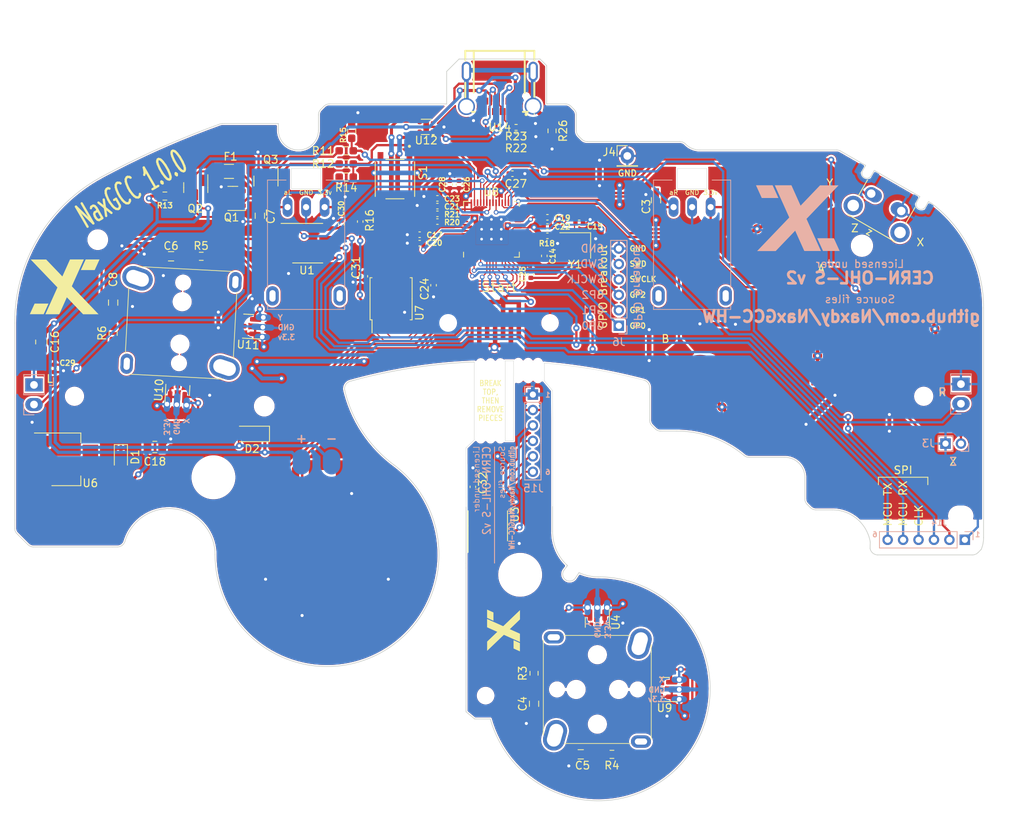
<source format=kicad_pcb>
(kicad_pcb (version 20240108) (generator "pcbnew") (generator_version "8.0")
  (layers (0 "F.Cu" signal) (31 "B.Cu" signal) (36 "B.SilkS" user "B.Silkscreen") (37 "F.SilkS" user "F.Silkscreen") (38 "B.Mask" user) (39 "F.Mask" user) (44 "Edge.Cuts" user))
  (net 0 "")
  (net 1 "GND")
  (net 2 "+3V3")
  (net 3 "/A")
  (net 4 "/B")
  (net 5 "/X")
  (net 6 "/Y")
  (net 7 "/R")
  (net 8 "/Start")
  (net 9 "/Z")
  (net 10 "/Dleft")
  (net 11 "/Dup")
  (net 12 "/Dright")
  (net 13 "/Ddown")
  (net 14 "/Lanalog")
  (net 15 "/Ranalog")
  (net 16 "/L")
  (net 17 "/Stick_x_filt")
  (net 18 "/Stick_y_filt")
  (net 19 "/Rumble")
  (net 20 "/C_x_filt")
  (net 21 "/C_y_filt")
  (net 22 "Net-(D1-A)")
  (net 23 "Net-(D2-A)")
  (net 24 "/Brake")
  (net 25 "Net-(Q3-D)")
  (net 26 "VCC")
  (net 27 "/XIN")
  (net 28 "Net-(C15-Pad1)")
  (net 29 "+1V1")
  (net 30 "+5V")
  (net 31 "/USB_D+")
  (net 32 "/USB_D-")
  (net 33 "/~{USB_BOOT}")
  (net 34 "/QSPI_SS")
  (net 35 "/XOUT")
  (net 36 "/QSPI_SD1")
  (net 37 "/QSPI_SD2")
  (net 38 "/QSPI_SD0")
  (net 39 "/QSPI_SCLK")
  (net 40 "/QSPI_SD3")
  (net 41 "/GP0")
  (net 42 "/GP1")
  (net 43 "/GP2")
  (net 45 "/SWCLK")
  (net 46 "/SWD")
  (net 47 "/RUN")
  (net 48 "/CS2")
  (net 49 "/CLK")
  (net 50 "/Dout")
  (net 51 "/Din")
  (net 52 "/CS1")
  (net 53 "/H1XS")
  (net 54 "/H1YS")
  (net 55 "/H2YS")
  (net 56 "/H2XS")
  (net 57 "/CLK2")
  (net 58 "/Dout2")
  (net 59 "/Din2")
  (net 60 "/CS2_2")
  (net 61 "/GND_C")
  (net 62 "/USB_D-_Raw")
  (net 63 "/USB_D+_Raw")
  (net 64 "Net-(Q1-G)")
  (net 65 "Net-(Q1-D)")
  (net 66 "Net-(Q3-G)")
  (net 67 "Net-(U8-USB_DP)")
  (net 68 "Net-(U8-USB_DM)")
  (net 70 "Net-(U14-CC2)")
  (net 71 "Net-(U14-CC1)")
  (net 72 "/SHIELD")
  (footprint "PhobGCC_2_0_0_footprints:ABXY_Contact_Omron_Switch_Circley" (layer "F.Cu") (at 152.24 51.08)
    (property "Reference" "SW1" (hide yes))
    (property "Value" "A" (hide yes))
  )
  (footprint "PhobGCC_2_0_0_footprints:ABXY_Contact_Omron_Switch_Circley" (layer "F.Cu") (at 137.04 58.78 41)
    (property "Reference" "SW2" (hide yes))
    (property "Value" "B" (hide yes))
  )
  (footprint "PhobGCC_2_0_0_footprints:Z_Switch_Edge_Omron" (layer "F.Cu") (at 161.141443 35.505 -30)
    (property "Reference" "SW8" (hide yes))
    (property "Value" "Z")
  )
  (footprint "PhobGCC_2_0_0_footprints:Dpad_Contact_TL3315NF_2_ZigZag" (layer "F.Cu") (at 80.74 81.13 180)
    (property "Reference" "SW9" (hide yes))
    (property "Value" "Dleft" (hide yes))
  )
  (footprint "PhobGCC_2_0_0_footprints:Dpad_Contact_TL3315NF_2_ZigZag" (layer "F.Cu") (at 88.69 73.18 -90)
    (property "Reference" "SW10" (hide yes))
    (property "Value" "Dup" (hide yes))
  )
  (footprint "PhobGCC_2_0_0_footprints:Dpad_Contact_TL3315NF_2_ZigZag" (layer "F.Cu") (at 96.64 81.13 180)
    (property "Reference" "SW11" (hide yes))
    (property "Value" "Dright" (hide yes))
  )
  (footprint "PhobGCC_2_0_0_footprints:Dpad_Contact_TL3315NF_2_ZigZag" (layer "F.Cu") (at 88.69 89.08 90)
    (property "Reference" "SW12" (hide yes))
    (property "Value" "Ddown" (hide yes))
  )
  (footprint "PhobGCC_2_0_0_footprints:GCC_Stickbox_Hall_Only" (layer "F.Cu") (at 69.795083 51.128232 177)
    (property "Reference" "U2" (hide yes))
    (property "Value" "Stickbox_Assembly_Main")
  )
  (footprint "PhobGCC_2_0_0_footprints:C_0603_HandSoldering" (layer "F.Cu") (at 80 37.25 -90)
    (property "Reference" "C7")
    (property "Value" "0.047u")
  )
  (footprint "PhobGCC_2_0_0_footprints:C_0603_HandSoldering" (layer "F.Cu") (at 131.318 35.24 90)
    (property "Reference" "C3")
    (property "Value" "0.047u")
  )
  (footprint "PhobGCC_2_0_0_footprints:Start_Contact" (layer "F.Cu") (at 110.99 51.18)
    (property "Reference" "SW5" (hide yes))
    (property "Value" "Start")
  )
  (footprint "PhobGCC_2_0_0_footprints:ABXY_Contact_Omron_Switch_Circley" (layer "F.Cu") (at 148.24 36.98 -63)
    (property "Reference" "SW4" (hide yes))
    (property "Value" "Y" (hide yes))
  )
  (footprint "PhobGCC_2_0_0_footprints:MountingHole_5.2mm" (layer "F.Cu") (at 73.99 71.13)
    (property "Reference" "H1" (hide yes))
    (property "Value" "5.2mm")
  )
  (footprint "PhobGCC_2_0_0_footprints:MountingHole_2.0mm" (layer "F.Cu") (at 55.99 60.63)
    (property "Reference" "H3" (hide yes))
    (property "Value" "2mm")
  )
  (footprint "PhobGCC_2_0_0_footprints:MountingHole_1.8mm" (layer "F.Cu") (at 104.39 51.13)
    (property "Reference" "H5" (hide yes))
    (property "Value" "1.8mm")
  )
  (footprint "PhobGCC_2_0_0_footprints:MountingHole_1.8mm" (layer "F.Cu") (at 117.59 51.13)
    (property "Reference" "H6" (hide yes))
    (property "Value" "1.8mm")
  )
  (footprint "PhobGCC_2_0_0_footprints:MountingHole_2.4mm" (layer "F.Cu") (at 157.99 41.13)
    (property "Reference" "H7" (hide yes))
    (property "Value" "2.4mm")
  )
  (footprint "PhobGCC_2_0_0_footprints:MountingHole_2.0mm" (layer "F.Cu") (at 165.99 60.63)
    (property "Reference" "H4" (hide yes))
    (property "Value" "2mm")
  )
  (footprint "PhobGCC_2_0_0_footprints:MountingHole_2.2mm" (layer "F.Cu") (at 59.006622 40.346621)
    (property "Reference" "H8" (hide yes))
    (property "Value" "2.2mm")
  )
  (footprint "PhobGCC_2_0_0_footprints:ABXY_Contact_Omron_Switch_Circley" (layer "F.Cu") (at 166.54 47.68 12)
    (property "Reference" "SW3" (hide yes))
    (property "Value" "X" (hide yes))
  )
  (footprint "PhobGCC_2_0_0_footprints:Slot" (layer "F.Cu") (at 170.79 76.13)
    (property "Reference" "H2" (hide yes))
    (property "Value" "Slot")
  )
  (footprint "PhobGCC_2_0_0_footprints:MountingHole_2.2mm" (layer "F.Cu") (at 80.573378 61.913378)
    (property "Reference" "H9" (hide yes))
    (property "Value" "2.2mm")
  )
  (footprint "PhobGCC_2_0_0_footprints:Fuse_1206_3216Metric" (layer "F.Cu") (at 76 31.5)
    (property "Reference" "F1")
    (property "Value" "Fuse")
  )
  (footprint "PhobGCC_2_0_0_footprints:R_0603_1608Metric_Pad0.98x0.95mm_HandSolder" (layer "F.Cu") (at 91.19 32.23)
    (property "Reference" "R14")
    (property "Value" "10k")
  )
  (footprint "PhobGCC_2_0_0_footprints:SOIC-8_5.23x5.23mm_P1.27mm" (layer "F.Cu") (at 97 48 90)
    (property "Reference" "U7")
    (property "Value" "W25Q128JVS")
  )
  (footprint "PhobGCC_2_0_0_footprints:C_0402_1005Metric" (layer "F.Cu") (at 100.7 39.7 180)
    (property "Reference" "C17")
    (property "Value" "100n")
  )
  (footprint "PhobGCC_2_0_0_footprints:SOT-223-3_TabPin2" (layer "F.Cu") (at 54.9 68.8)
    (property "Reference" "U6")
    (property "Value" "AMS1117-3.3")
  )
  (footprint "PhobGCC_2_0_0_footprints:C_0402_1005Metric" (layer "F.Cu") (at 53.369189 57.02 -90)
    (property "Reference" "C29")
    (property "Value" "100n")
  )
  (footprint "PhobGCC_2_0_0_footprints:Crystal_SMD_3225-4Pin_3.2x2.5mm" (layer "F.Cu") (at 120.85 41.1 180)
    (property "Reference" "Y1")
    (property "Value" "Crystal_GND24")
  )
  (footprint "PhobGCC_2_0_0_footprints:C_0402_1005Metric" (layer "F.Cu") (at 103 37)
    (property "Reference" "R21")
    (property "Value" "27")
  )
  (footprint "Resistor_SMD:R_0402_1005Metric" (layer "F.Cu") (at 113.19 25.8 180)
    (property "Reference" "R23")
    (property "Value" "5.1k")
  )
  (footprint "PhobGCC_2_0_0_footprints:C_0402_1005Metric" (layer "F.Cu") (at 103 38)
    (property "Reference" "R20")
    (property "Value" "27")
  )
  (footprint "PhobGCC_2_0_0_footprints:C_0603_HandSoldering" (layer "F.Cu") (at 121.568 107.01 180)
    (property "Reference" "C5")
    (property "Value" "0.047u")
  )
  (footprint "PhobGCC_2_0_0_footprints:SW_TS-1187A-B-A-B" (layer "F.Cu") (at 97.5 32.5 -90)
    (property "Reference" "S1")
    (property "Value" "BOOTSEL")
  )
  (footprint "PhobGCC_2_0_0_footprints:C_0402_1005Metric" (layer "F.Cu") (at 105.8 33.2 90)
    (property "Reference" "C26")
    (property "Value" "100n")
  )
  (footprint "PhobGCC_2_0_0_footprints:SOT-23" (layer "F.Cu") (at 132.418 98.61 180)
    (property "Reference" "U9")
    (property "Value" "DRV5055A3xDBZxQ1")
  )
  (footprint "PhobGCC_2_0_0_footprints:C_0402_1005Metric" (layer "F.Cu") (at 102.5 46.25 -90)
    (property "Reference" "C24")
    (property "Value" "100n")
  )
  (footprint "PhobGCC_2_0_0_footprints:C_0402_1005Metric" (layer "F.Cu") (at 90.551 38.354 90)
    (property "Reference" "C30")
    (property "Value" "100n")
  )
  (footprint "PhobGCC_2_0_0_footprints:SOT-23" (layer "F.Cu") (at 123.716 89.91 -90)
    (property "Reference" "U4")
    (property "Value" "DRV5055A3xDBZxQ1")
  )
  (footprint "PhobGCC_2_0_0_footprints:C_0402_1005Metric" (layer "F.Cu") (at 116.85 42.45 -90)
    (property "Reference" "C14")
    (property "Value" "27p")
  )
  (footprint "PhobGCC_2_0_0_footprints:C_0402_1005Metric" (layer "F.Cu") (at 107.5944 72.3646 90)
    (property "Reference" "C32")
    (property "Value" "100n")
  )
  (footprint "PhobGCC_2_0_0_footprints:C_0805_2012Metric" (layer "F.Cu") (at 51.7 53.6 -90)
    (property "Reference" "C16")
    (property "Value" "10u")
  )
  (footprint "Resistor_SMD:R_0603_1608Metric_Pad0.98x0.95mm_HandSolder" (layer "F.Cu") (at 117.849746 26.249746 -90)
    (property "Reference" "R26")
    (property "Value" "100k")
  )
  (footprint "PhobGCC_2_0_0_footprints:SOIC-8_3.9x4.9mm_P1.27mm" (layer "F.Cu") (at 109.518 77.41 90)
    (property "Reference" "U3")
    (property "Value" "MCP3202")
  )
  (footprint "PhobGCC_2_0_0_footprints:C_0402_1005Metric" (layer "F.Cu") (at 117.25 38.65)
    (property "Reference" "C22")
    (property "Value" "100n")
  )
  (footprint "PhobGCC_2_0_0_footprints:RP2040-QFN-56" (layer "F.Cu") (at 110 39 90)
    (property "Reference" "U8")
    (property "Value" "RP2040")
  )
  (footprint "PhobGCC_2_0_0_footprints:C_0402_1005Metric" (layer "F.Cu") (at 100.7 40.8 180)
    (property "Reference" "C20")
    (property "Value" "100n")
  )
  (footprint "PhobGCC_2_0_0_footprints:SOT-23" (layer "F.Cu") (at 80.79 32.75 -90)
    (property "Reference" "Q3")
    (property "Value" "Q_NMOS_GSD")
  )
  (footprint "PhobGCC_2_0_0_footprints:R_0603_1608Metric_Pad0.98x0.95mm_HandSolder" (layer "F.Cu") (at 67.7 34.7 180)
    (property "Reference" "R13")
    (property "Value" "10k")
  )
  (footprint "PhobGCC_2_0_0_footprints:PinHeader_1x01_P2.54mm_Vertical" (layer "F.Cu") (at 127.6 29.5)
    (property "Reference" "J4")
    (property "Value" "Conn_01x01")
  )
  (footprint "PhobGCC_2_0_0_footprints:C_0603_HandSoldering" (layer "F.Cu") (at 115.518 100.46 -90)
    (property "Reference" "C4")
    (property "Value" "0.047u")
  )
  (footprint "PhobGCC_2_0_0_footprints:breakaway-mousebites-double-v2-small" (layer "F.Cu") (at 114.5272 56.049325 180)
    (property "Reference" "H14" (hide yes))
    (property "Value" "MouseBite" (hide yes))
  )
  (footprint "PhobGCC_2_0_0_footprints:C_0603_HandSoldering" (layer "F.Cu") (at 68.5 42.5 180)
    (property "Reference" "C6")
    (property "Value" "0.047u")
  )
  (footprint "PhobGCC_2_0_0_footprints:C_0402_1005Metric" (layer "F.Cu") (at 93.599 45.085 -90)
    (property "Reference" "C31")
    (property "Value" "100n")
  )
  (footprint "PhobGCC_2_0_0_footprints:R_0603_1608Metric_Pad0.98x0.95mm_HandSolder" (layer "F.Cu") (at 91.9 26.3 -90)
    (property "Reference" "R15")
    (property "Value" "10k")
  )
  (footprint "PhobGCC_2_0_0_footprints:R_0603_1608Metric_Pad0.98x0.95mm_HandSolder" (layer "F.Cu") (at 115.518 96.51 90)
    (property "Reference" "R3")
    (property "Value" "2k")
  )
  (footprint "PhobGCC_2_0_0_footprints:C_0402_1005Metric" (layer "F.Cu") (at 117.25 39.85)
    (property "Reference" "R18")
    (property "Value" "1k")
  )
  (footprint "Resistor_SMD:R_0402_1005Metric" (layer "F.Cu") (at 113.2 27)
    (property "Reference" "R22")
    (property "Value" "5.1k")
  )
  (footprint "PhobGCC_2_0_0_footprints:SOT-23" (layer "F.Cu") (at 78.475 51.575 177)
    (property "Reference" "U11")
    (property "Value" "DRV5055A3xDBZxQ1")
  )
  (footprint "PhobGCC_2_0_0_footprints:GCC_Stickbox_Hall_Only" (layer "F.Cu") (at 123.719 98.604552 -90)
    (property "Reference" "U5" (hide yes))
    (property "Value" "Stickbox_Assembly_CStick")
  )
  (footprint "PhobGCC_2_0_0_footprints:SOT-23" (layer "F.Cu") (at 69.350935 59.811215 87)
    (property "Reference" "U10")
    (property "Value" "DRV5055A3xDBZxQ1")
  )
  (footprint "PhobGCC_2_0_0_footprints:R_0603_1608Metric_Pad0.98x0.95mm_HandSolder" (layer "F.Cu") (at 125.6055 107.01)
    (property "Reference" "R4")
    (property "Value" "2k")
  )
  (footprint "Package_TO_SOT_SMD:SOT-666" (layer "F.Cu") (at 101.55 25.7375 180)
    (property "Reference" "U12")
    (property "Value" "USBLC6-2P6")
  )
  (footprint "PhobGCC_2_0_0_footprints:breakaway-mousebites-double-v2-large" (layer "F.Cu") (at 110.1104 62.67685)
    (property "Reference" "H15" (hide yes))
    (property "Value" "MouseBite" (hide yes))
  )
  (footprint "PhobGCC_2_0_0_footprints:R_0603_1608Metric_Pad0.98x0.95mm_HandSolder" (layer "F.Cu") (at 61 52.5 -90)
    (property "Reference" "R6")
    (property "Value" "2k")
  )
  (footprint "Diode_SMD:D_SOD-323" (layer "F.Cu") (at 62 68.5 -90)
    (property "Reference" "D1")
    (property "Value" "CUS10S30,H3F")
  )
  (footprint "PhobGCC_2_0_0_footprints:MountingHole_5.2mm" (layer "F.Cu") (at 113.719 83.754552 90)
    (property "Reference" "H11" (hide yes))
    (property "Value" "MountingHole")
  )
  (footprint "PhobGCC_2_0_0_footprints:C_0402_1005Metric" (layer "F.Cu") (at 104.6 33.2 90)
    (property "Reference" "C28")
    (property "Value" "100n")
  )
  (footprint "PhobGCC_2_0_0_footprints:C_0402_1005Metric" (layer "F.Cu") (at 103 36 180)
    (property "Reference" "C21")
    (property "Value" "1u")
  )
  (footprint "PhobGCC_2_0_0_footprints:SOT-23" (layer "F.Cu") (at 76.5 35 180)
    (property "Reference" "Q1")
    (property "Value" "Q_NMOS_GSD")
  )
  (footprint "PhobGCC_2_0_0_footprints:C_0402_1005Metric" (layer "F.Cu") (at 93 38 90)
    (property "Reference" "R16")
    (property "Value" "1k")
  )
  (footprint "PhobGCC_2_0_0_footprints:C_0402_1005Metric" (layer "F.Cu") (at 121.362 38.169)
    (property "Reference" "C15")
    (property "Value" "27p")
  )
  (footprint "PhobGCC_2_0_0_footprints:D_SOD-123" (layer "F.Cu") (at 79 65.51 180)
    (property "Reference" "D2")
    (property "Value" "M7C")
  )
  (footprint "PhobGCC_2_0_0_footprints:C_0402_1005Metric" (layer "F.Cu") (at 103 35 180)
    (property "Reference" "C23")
    (property "Value" "1u")
  )
  (footprint "PhobGCC_2_0_0_footprints:MountingHole_2.0mm" (layer "F.Cu") (at 123.719 94.104552 90)
    (property "Reference" "H13" (hide yes))
    (property "Value" "MountingHole")
  )
  (footprint "footprint:USB-C-SMD_GT-USB-7013" (layer "F.Cu") (at 111.079959 21.149822 180)
    (property "Reference" "U14")
    (property "Value" "GT-USB-7013")
  )
  (footprint "PhobGCC_2_0_0_footprints:R_0603_1608Metric_Pad0.98x0.95mm_HandSolder" (layer "F.Cu") (at 91.19 28.83 180)
    (property "Reference" "R11")
    (property "Value" "100R")
  )
  (footprint "PhobGCC_2_0_0_footprints:C_0402_1005Metric" (layer "F.Cu") (at 115.1 44.82 -90)
    (property "Reference" "C25")
    (property "Value" "100n")
  )
  (footprint "PhobGCC_2_0_0_footprints:R_0603_1608Metric_Pad0.98x0.95mm_HandSolder" (layer "F.Cu") (at 72.4125 42.5)
    (property "Reference" "R5")
    (property "Value" "2k")
  )
  (footprint "PhobGCC_2_0_0_footprints:MountingHole_2.0mm" (layer "F.Cu") (at 123.719 103.104552 90)
    (property "Reference" "H12" (hide yes))
    (property "Value" "MountingHole")
  )
  (footprint "PhobGCC_2_0_0_footprints:SOIC-8_3.9x4.9mm_P1.27mm" (layer "F.Cu") (at 86.2 40.8)
    (property "Reference" "U1")
    (property "Value" "MCP3202")
  )
  (footprint "PhobGCC_2_0_0_footprints:MountingHole_1.8mm" (layer "F.Cu") (at 109.244 99.404552 90)
    (property "Reference" "H10" (hide yes))
    (property "Value" "MountingHole")
  )
  (footprint "PhobGCC_2_0_0_footprints:C_0603_HandSoldering" (layer "F.Cu") (at 61 48.5 90)
    (property "Reference" "C8")
    (property "Value" "0.047u")
  )
  (footprint "PhobGCC_2_0_0_footprints:C_0402_1005Metric" (layer "F.Cu") (at 112.72 31.8)
    (property "Reference" "C27")
    (property "Value" "100n")
  )
  (footprint "PhobGCC_2_0_0_footprints:C_0805_2012Metric" (layer "F.Cu") (at 66.4 67.2)
    (property "Reference" "C18")
    (property "Value" "10u")
  )
  (footprint "PhobGCC_2_0_0_footprints:SOT-23" (layer "F.Cu") (at 71.7 33.6 -90)
    (property "Reference" "Q2")
    (property "Value" "Q_PMOS_GDS")
  )
  (footprint "PhobGCC_2_0_0_footprints:R_0603_1608Metric_Pad0.98x0.95mm_HandSolder" (layer "F.Cu") (at 91.19 30.53 180)
    (property "Reference" "R12")
    (property "Value" "100R")
  )
  (footprint "PhobGCC_2_0_0_footprints:C_0402_1005Metric" (layer "F.Cu") (at 117.25 37.45)
    (property "Reference" "C19")
    (property "Value" "100n")
  )
  (footprint "PhobGCC_2_0_0_footprints:Pin_Header_Straight_1x02_Pitch2.54mm" (layer "B.Cu") (at 50.745892 61.699074)
    (property "Reference" "SW6" (hide yes))
    (property "Value" "L" (hide yes))
  )
  (footprint "PhobGCC_2_0_0_footprints:Pin_Header_Straight_1x02_Pitch2.54mm" (layer "B.Cu") (at 170.815 61.595)
    (property "Reference" "SW7" (hide yes))
    (property "Value" "R" (hide yes))
  )
  (footprint "PhobGCC_2_0_0_footprints:GCC_Slider" (layer "B.Cu") (at 135.99 36.13 180)
    (property "Reference" "RV2" (hide yes))
    (property "Value" "R_POT_MountingPin")
  )
  (footprint "PhobGCC_2_0_0_footprints:GCC_Slider" (layer "B.Cu") (at 85.99 36.13 180)
    (property "Reference" "RV1" (hide yes))
    (property "Value" "R_POT_MountingPin")
  )
  (footprint "PhobGCC_2_0_0_footprints:PinHeader_1x02_P2.00mm_Horizontal" (layer "B.Cu") (at 168.815 66.761 -90)
    (property "Reference" "J3")
    (property "Value" "Conn_01x02")
  )
  (footprint "Connector_PinSocket_2.00mm:PinSocket_1x06_P2.00mm_Vertical" (layer "B.Cu") (at 126.5 51.5)
    (property "Reference" "J6")
    (property "Value" "Conn_01x06")
  )
  (footprint "PhobGCC_2_0_0_footprints:PinSocket_1x06_P2.00mm_Vertical" (layer "B.Cu") (at 115.3668 60.41 180)
    (property "Reference" "J15")
    (property "Value" "Conn_01x06")
  )
  (footprint "PhobGCC_2_0_0_footprints:rumble_pins" (layer "B.Cu") (at 86.182 69.118 -90)
    (property "Reference" "J5" (hide yes))
    (property "Value" "Rumble" (hide yes))
  )
  (footprint "PhobGCC_2_0_0_footprints:PinSocket_1x06_P2.00mm_Vertical" (layer "B.Cu") (at 171.3192 79.2226 90)
    (property "Reference" "J14")
    (property "Value" "Conn_01x06")
  )
  (gr_poly (pts (xy 152.945986 41.8098) (xy 155.101956 41.8098) (xy 154.353107 40.160446) (xy 152.197137 40.160446)) (fill solid) (layer "B.SilkS"))
  (gr_poly (pts (xy 150.521793 41.8135) (xy 152.678978 41.8135) (xy 148.857186 33.3) (xy 146.7 33.3)) (fill solid) (layer "B.SilkS"))
  (gr_line (start 110.4 67.2) (end 110.4 82.2368) (stroke (width 0.12)) (layer "B.SilkS"))
  (gr_poly (pts (xy 145.013101 34.949996) (xy 147.169071 34.949996) (xy 146.420222 33.300642) (xy 144.264252 33.300642)) (fill solid) (layer "B.SilkS"))
  (gr_poly (pts (xy 144.409723 41.822723) (xy 146.817485 41.822723) (xy 154.967131 33.309221) (xy 152.559368 33.309221)) (fill solid) (layer "B.SilkS"))
  (gr_line (start 160.1216 71.12) (end 160.1216 72.0852) (stroke (width 0.12)) (layer "F.SilkS"))
  (gr_poly (pts (xy 113.688891 92.59951) (xy 113.688891 93.677495) (xy 112.864214 93.303071) (xy 112.864214 92.225085)) (fill solid) (layer "F.SilkS"))
  (gr_line (start 166.5224 71.12) (end 166.5224 72.0852) (stroke (width 0.12)) (layer "F.SilkS"))
  (gr_poly (pts (xy 59.113553 50.010495) (xy 57.107084 50.010495) (xy 50.315713 42.915911) (xy 52.322182 42.915911)) (fill solid) (layer "F.SilkS"))
  (gr_poly (pts (xy 58.610738 44.283223) (xy 56.814096 44.283223) (xy 57.438137 42.908761) (xy 59.234779 42.908761)) (fill solid) (layer "F.SilkS"))
  (gr_poly (pts (xy 110.25899 88.633067) (xy 110.25899 89.711052) (xy 109.434312 89.336628) (xy 109.434312 88.258643)) (fill solid) (layer "F.SilkS"))
  (gr_poly (pts (xy 54.020161 50.00281) (xy 52.222507 50.00281) (xy 55.407334 42.908227) (xy 57.204988 42.908227)) (fill solid) (layer "F.SilkS"))
  (gr_line (start 160.1216 71.12) (end 166.5224 71.12) (stroke (width 0.12)) (layer "F.SilkS"))
  (gr_poly (pts (xy 113.690742 91.387413) (xy 113.690742 92.466006) (xy 109.433992 90.55511) (xy 109.433992 89.476517)) (fill solid) (layer "F.SilkS"))
  (gr_poly (pts (xy 113.695353 88.331378) (xy 113.695353 89.53526) (xy 109.438602 93.610083) (xy 109.438602 92.406201)) (fill solid) (layer "F.SilkS"))
  (gr_poly (pts (xy 52 49.999726) (xy 50.203358 49.999726) (xy 50.827399 48.625264) (xy 52.624041 48.625264)) (fill solid) (layer "F.SilkS"))
  (gr_line (start 84.09 33.73) (end 84.09 31.13) (stroke (width 0.05)) (layer "Edge.Cuts"))
  (gr_line (start 134.09 33.73) (end 134.09 31.13) (stroke (width 0.05)) (layer "Edge.Cuts"))
  (gr_line (start 112.86 66.399391) (end 112.8618 56.326618) (stroke (width 0.05)) (layer "Edge.Cuts"))
  (gr_line (start 160.035421 81.176124) (end 172.317318 81.176124) (stroke (width 0.1)) (layer "Edge.Cuts"))
  (gr_line (start 89.011319 22.766749) (end 104.2 22.766749) (stroke (width 0.1)) (layer "Edge.Cuts"))
  (gr_line (start 165.087895 35.462132) (end 165.486672 34.768607) (stroke (width 0.1)) (layer "Edge.Cuts"))
  (gr_arc (start 50.663 80.14) (mid 50.279398 80.062098) (end 49.954213 79.844213) (stroke (width 0.1)) (layer "Edge.Cuts"))
  (gr_line (start 51.645 80.139957) (end 50.663 80.14) (stroke (width 0.1)) (layer "Edge.Cuts"))
  (gr_line (start 119.842883 82.558942) (end 119.376378 83.178617) (stroke (width 0.1)) (layer "Edge.Cuts"))
  (gr_line (start 150.597106 71.137107) (end 150.597106 73.922893) (stroke (width 0.1)) (layer "Edge.Cuts"))
  (gr_line (start 152.011319 75.337107) (end 154.134915 75.337107) (stroke (width 0.1)) (layer "Edge.Cuts"))
  (gr_line (start 117.15 22.766749) (end 117.15 17.8) (stroke (width 0.1)) (layer "Edge.Cuts"))
  (gr_line (start 158.464731 30.730991) (end 155.228573 28.8702) (stroke (width 0.1)) (layer "Edge.Cuts"))
  (gr_arc (start 166.214873 36.110144) (mid 165.327396 36.349596) (end 165.087895 35.462132) (stroke (width 0.1)) (layer "Edge.Cuts"))
  (gr_line (start 134.09 31.13) (end 137.89 31.13) (stroke (width 0.05)) (layer "Edge.Cuts"))
  (gr_arc (start 48.247105 51.137105) (mid 51.28857 40.099145) (end 59.554446 32.176874) (stroke (width 0.1)) (layer "Edge.Cuts"))
  (gr_line (start 173.024425 80.883231) (end 173.438638 80.469018) (stroke (width 0.1)) (layer "Edge.Cuts"))
  (gr_line (start 159.591709 31.379003) (end 159.192932 32.072529) (stroke (width 0.1)) (layer "Edge.Cuts"))
  (gr_line (start 87.89 33.73) (end 84.09 33.73) (stroke (width 0.05)) (layer "Edge.Cuts"))
  (gr_line (start 106.7054 67.308) (end 107.7722 66.292) (stroke (width 0.05)) (layer "Edge.Cuts"))
  (gr_arc (start 129.749616 58.543703) (mid 130.288467 58.899951) (end 130.497106 59.511297) (stroke (width 0.1)) (layer "Edge.Cuts"))
  (gr_line (start 106.715107 101.504552) (end 107.824 102.423717) (stroke (width 0.1)) (layer "Edge.Cuts"))
  (gr_arc (start 90.998864 59.88648) (mid 91.110473 59.140878) (end 91.710992 58.685076) (stroke (width 0.1)) (layer "Edge.Cuts"))
  (gr_arc (start 87.597106 26.137107) (mid 84.997106 28.737107) (end 82.397106 26.137107) (stroke (width 0.1)) (layer "Edge.Cuts"))
  (gr_line (start 87.597106 24.180963) (end 87.597106 26.137107) (stroke (width 0.1)) (layer "Edge.Cuts"))
  (gr_arc (start 87.597106 24.180963) (mid 87.67324 23.798285) (end 87.889999 23.473856) (stroke (width 0.1)) (layer "Edge.Cuts"))
  (gr_line (start 105.8 16.95) (end 104.2 18.55) (stroke (width 0.1)) (layer "Edge.Cuts"))
  (gr_arc (start 116.8618 56.326618) (mid 123.353576 57.156903) (end 129.749616 58.543702) (stroke (width 0.05)) (layer "Edge.Cuts"))
  (gr_line (start 166.997106 35.637107) (end 166.61365 35.41662) (stroke (width 0.1)) (layer "Edge.Cuts"))
  (gr_arc (start 131.911318 65.137107) (mid 131.528632 65.060994) (end 131.204212 64.844213) (stroke (width 0.1)) (layer "Edge.Cuts"))
  (gr_arc (start 136.997106 28.737107) (mid 135.981533 28.530562) (end 135.127319 27.943733) (stroke (width 0.1)) (layer "Edge.Cuts"))
  (gr_arc (start 123.824 84.023717) (mid 122.552653 83.885186) (end 121.341069 83.475824) (stroke (width 0.1)) (layer "Edge.Cuts"))
  (gr_line (start 120.874563 84.176335) (end 121.341069 83.475824) (stroke (width 0.1)) (layer "Edge.Cuts"))
  (gr_line (start 130.789999 64.43) (end 131.204212 64.844213) (stroke (width 0.1)) (layer "Edge.Cuts"))
  (gr_line (start 106.718 82.260552) (end 106.717957 82.882552) (stroke (width 0.1)) (layer "Edge.Cuts"))
  (gr_line (start 48.247107 60.692) (end 48.247 51.137105) (stroke (width 0.1)) (layer "Edge.Cuts"))
  (gr_line (start 159.064982 79.503773) (end 159.049408 80.34279) (stroke (width 0.1)) (layer "Edge.Cuts"))
  (gr_line (start 106.717957 92.183552) (end 106.715107 101.504552) (stroke (width 0.1)) (layer "Edge.Cuts"))
  (gr_arc (start 120.704213 23.473856) (mid 120.920996 23.798275) (end 120.997106 24.180963) (stroke (width 0.1)) (layer "Edge.Cuts"))
  (gr_line (start 150.889999 74.63) (end 151.304212 75.044213) (stroke (width 0.1)) (layer "Edge.Cuts"))
  (gr_line (start 111.7788 66.400609) (end 111.7788 56.03) (stroke (width 0.05)) (layer "Edge.Cuts"))
  (gr_line (start 117.924 78.123717) (end 117.924 74.923717) (stroke (width 0.1)) (layer "Edge.Cuts"))
  (gr_line (start 117.15 22.766749) (end 119.582893 22.766749) (stroke (width 0.1)) (layer "Edge.Cuts"))
  (gr_arc (start 166.997106 35.637107) (mid 171.965561 41.590379) (end 173.747106 49.137107) (stroke (width 0.1)) (layer "Edge.Cuts"))
  (gr_arc (start 74.833548 25.368395) (mid 74.999242 25.3248) (end 75.169945 25.310115) (stroke (width 0.1)) (layer "Edge.Cuts"))
  (gr_line (start 88.304212 23.059643) (end 87.889999 23.473856) (stroke (width 0.1)) (layer "Edge.Cuts"))
  (gr_line (start 112.8618 56.03) (end 112.8618 56.326618) (stroke (width 0.05)) (layer "Edge.Cuts"))
  (gr_arc (start 133.997106 65.137106) (mid 138.639987 65.953411) (end 142.725996 68.304417) (stroke (width 0.1)) (layer "Edge.Cuts"))
  (gr_arc (start 143.367271 68.537106) (mid 143.026181 68.477126) (end 142.725996 68.304417) (stroke (width 0.1)) (layer "Edge.Cuts"))
  (gr_line (start 166.61365 35.41662) (end 166.214873 36.110145) (stroke (width 0.1)) (layer "Edge.Cuts"))
  (gr_line (start 60.946 80.139957) (end 51.645 80.139957) (stroke (width 0.1)) (layer "Edge.Cuts"))
  (gr_line (start 137.89 31.13) (end 137.89 33.73) (stroke (width 0.05)) (layer "Edge.Cuts"))
  (gr_line (start 120.997106 26.224375) (end 120.997106 24.180963) (stroke (width 0.1)) (layer "Edge.Cuts"))
  (gr_arc (start 122.411319 27.638589) (mid 122.028633 27.562474) (end 121.704212 27.345696) (stroke (width 0.1)) (layer "Edge.Cuts"))
  (gr_line (start 82.397106 25.310115) (end 75.169945 25.310115) (stroke (width 0.1)) (layer "Edge.Cuts"))
  (gr_line (start 120.704212 23.473856) (end 120.289999 23.059643) (stroke (width 0.1)) (layer "Edge.Cuts"))
  (gr_arc (start 62.525292 79.424399) (mid 69.101063 75.238705) (end 74.197105 81.137107) (stroke (width 0.1)) (layer "Edge.Cuts"))
  (gr_line (start 84.09 31.13) (end 87.89 31.13) (stroke (width 0.05)) (layer "Edge.Cuts"))
  (gr_arc (start 154.134914 75.337106) (mid 157.362394 76.518301) (end 159.064982 79.503773) (stroke (width 0.1)) (layer "Edge.Cuts"))
  (gr_line (start 165.486672 34.768607) (end 159.591709 31.379003) (stroke (width 0.1)) (layer "Edge.Cuts"))
  (gr_arc (start 121.289999 26.931482) (mid 121.073232 26.607056) (end 120.997106 26.224375) (stroke (width 0.1)) (layer "Edge.Cuts"))
  (gr_line (start 130.497106 59.511297) (end 130.497106 63.722893) (stroke (width 0.1)) (layer "Edge.Cuts"))
  (gr_line (start 48.247107 60.692) (end 48.247107 76.664) (stroke (width 0.1)) (layer "Edge.Cuts"))
  (gr_arc (start 97.361544 69.510519) (mid 95.201553 94.096358) (end 74.197105 81.137107) (stroke (width 0.1)) (layer "Edge.Cuts"))
  (gr_line (start 104.2 22.766749) (end 104.2 18.55) (stroke (width 0.1)) (layer "Edge.Cuts"))
  (gr_line (start 111.7788 66.400609) (end 112.86 66.399391) (stroke (width 0.05)) (layer "Edge.Cuts"))
  (gr_arc (start 88.304212 23.059642) (mid 88.628634 22.842865) (end 89.011319 22.766749) (stroke (width 0.1)) (layer "Edge.Cuts"))
  (gr_line (start 82.397106 26.137107) (end 82.397106 25.310115) (stroke (width 0.1)) (layer "Edge.Cuts"))
  (gr_line (start 107.824 102.423717) (end 109.858328 102.423717) (stroke (width 0.1)) (layer "Edge.Cuts"))
  (gr_arc (start 152.011318 75.337107) (mid 151.628632 75.260994) (end 151.304212 75.044213) (stroke (width 0.1)) (layer "Edge.Cuts"))
  (gr_line (start 134.40817 27.638589) (end 122.411319 27.638589) (stroke (width 0.1)) (layer "Edge.Cuts"))
  (gr_line (start 117.924 63.695835) (end 117.9068 59.8932) (stroke (width 0.05)) (layer "Edge.Cuts"))
  (gr_arc (start 59.554445 32.176874) (mid 67.06439 28.481781) (end 74.833548 25.368394) (stroke (width 0.1)) (layer "Edge.Cuts"))
  (gr_line (start 173.747106 78.922893) (end 173.747106 49.137107) (stroke (width 0.1)) (layer "Edge.Cuts"))
  (gr_arc (start 150.889999 74.63) (mid 150.673227 74.305576) (end 150.597106 73.922893) (stroke (width 0.1)) (layer "Edge.Cuts"))
  (gr_line (start 117.9068 59.8932) (end 116.8618 58.645093) (stroke (width 0.05)) (layer "Edge.Cuts"))
  (gr_arc (start 160.03542 81.176124) (mid 159.389924 80.939885) (end 159.049408 80.34279) (stroke (width 0.1)) (layer "Edge.Cuts"))
  (gr_line (start 116.3 16.95) (end 105.8 16.95) (stroke (width 0.1)) (layer "Edge.Cuts"))
  (gr_line (start 154.730102 28.737107) (end 136.997106 28.737107) (stroke (width 0.1)) (layer "Edge.Cuts"))
  (gr_line (start 87.89 31.13) (end 87.89 33.73) (stroke (width 0.05)) (layer "Edge.Cuts"))
  (gr_line (start 48.54 78.43) (end 49.954213 79.844213) (stroke (width 0.1)) (layer "Edge.Cuts"))
  (gr_line (start 158.065954 31.424516) (end 158.464731 30.730991) (stroke (width 0.1)) (layer "Edge.Cuts"))
  (gr_arc (start 159.192932 32.072528) (mid 158.305412 32.312055) (end 158.065954 31.424516) (stroke (width 0.1)) (layer "Edge.Cuts"))
  (gr_arc (start 91.710992 58.685076) (mid 99.669286 56.966979) (end 107.773266 56.1848) (stroke (width 0.1)) (layer "Edge.Cuts"))
  (gr_line (start 111.7788 56.03) (end 112.8618 56.03) (stroke (width 0.05)) (layer "Edge.Cuts"))
  (gr_line (start 137.89 33.73) (end 134.09 33.73) (stroke (width 0.05)) (layer "Edge.Cuts"))
  (gr_arc (start 173.024425 80.883231) (mid 172.7 81.1) (end 172.317318 81.176124) (stroke (width 0.1)) (layer "Edge.Cuts"))
  (gr_line (start 117.924 74.923717) (end 117.924 63.695835) (stroke (width 0.05)) (layer "Edge.Cuts"))
  (gr_line (start 106.717957 82.882552) (end 106.717957 92.183552) (stroke (width 0.1)) (layer "Edge.Cuts"))
  (gr_line (start 116.3 16.95) (end 117.15 17.8) (stroke (width 0.1)) (layer "Edge.Cuts"))
  (gr_arc (start 173.747106 78.922894) (mid 173.669241 79.711192) (end 173.438638 80.469017) (stroke (width 0.1)) (layer "Edge.Cuts"))
  (gr_arc (start 119.582893 22.766749) (mid 119.965576 22.84287) (end 120.289999 23.059643) (stroke (width 0.1)) (layer "Edge.Cuts"))
  (gr_arc (start 97.361543 69.510519) (mid 93.338817 65.254761) (end 90.998865 59.886481) (stroke (width 0.1)) (layer "Edge.Cuts"))
  (gr_arc (start 147.997106 68.537107) (mid 149.835579 69.298634) (end 150.597106 71.137107) (stroke (width 0.1)) (layer "Edge.Cuts"))
  (gr_line (start 116.8618 56.326618) (end 116.8618 58.645093) (stroke (width 0.05)) (layer "Edge.Cuts"))
  (gr_arc (start 120.874563 84.176335) (mid 119.62663 84.426541) (end 119.376378 83.178617) (stroke (width 0.1)) (layer "Edge.Cuts"))
  (gr_line (start 48.247107 76.664) (end 48.247 77.722893) (stroke (width 0.1)) (layer "Edge.Cuts"))
  (gr_arc (start 134.40817 27.638589) (mid 134.79878 27.718019) (end 135.127319 27.943733) (stroke (width 0.1)) (layer "Edge.Cuts"))
  (gr_arc (start 123.824 84.023717) (mid 135.374437 107.290544) (end 109.858328 102.423717) (stroke (width 0.1)) (layer "Edge.Cuts"))
  (gr_line (start 106.718 82.260552) (end 106.718 75.005) (stroke (width 0.1)) (layer "Edge.Cuts"))
  (gr_line (start 61.57 80.14) (end 60.946 80.139957) (stroke (width 0.1)) (layer "Edge.Cuts"))
  (gr_arc (start 154.730102 28.737106) (mid 154.988068 28.770953) (end 155.228573 28.8702) (stroke (width 0.1)) (layer "Edge.Cuts"))
  (gr_line (start 121.704212 27.345696) (end 121.289999 26.931482) (stroke (width 0.1)) (layer "Edge.Cuts"))
  (gr_arc (start 62.525291 79.424399) (mid 62.165506 79.939537) (end 61.57 80.14) (stroke (width 0.1)) (layer "Edge.Cuts"))
  (gr_line (start 106.718 75.005) (end 106.7054 67.308) (stroke (width 0.05)) (layer "Edge.Cuts"))
  (gr_line (start 107.7722 66.292) (end 107.773266 56.1848) (stroke (width 0.05)) (layer "Edge.Cuts"))
  (gr_line (start 143.367271 68.537107) (end 147.997106 68.537107) (stroke (width 0.1)) (layer "Edge.Cuts"))
  (gr_arc (start 119.842883 82.558942) (mid 118.408321 80.546889) (end 117.924 78.123717) (stroke (width 0.1)) (layer "Edge.Cuts"))
  (gr_arc (start 130.789999 64.43) (mid 130.573227 64.105576) (end 130.497106 63.722893) (stroke (width 0.1)) (layer "Edge.Cuts"))
  (gr_arc (start 48.539999 78.43) (mid 48.323203 78.105575) (end 48.247 77.722893) (stroke (width 0.1)) (layer "Edge.Cuts"))
  (gr_line (start 131.911319 65.137107) (end 133.997106 65.137107) (stroke (width 0.1)) (layer "Edge.Cuts"))
  (gr_text "X" (at 132.4864 97.3328 0) (layer "B.SilkS") (effects (font (size 0.7 0.7)) (justify left mirror)))
  (gr_text "github.com/Naxdy/NaxGCC-HW" (at 155.3 50.3 0) (layer "B.SilkS") (effects (font (size 1.5 1.5) (thickness 0.35)) (justify mirror)))
  (gr_text "github.com/Naxdy/NaxGCC-HW" (at 112.6352 66.9968 90) (layer "B.SilkS") (effects (font (size 0.7 0.56) (thickness 0.14)) (justify left mirror)))
  (gr_text "R" (at 168.402 60.0964 0) (layer "B.SilkS") (effects (font (size 1 1)) (justify mirror)))
  (gr_text "Source files" (at 111.3652 66.9968 90) (layer "B.SilkS") (effects (font (size 0.75 0.75) (thickness 0.1)) (justify left mirror)))
  (gr_text "6" (at 159.6644 78.5368 0) (layer "B.SilkS") (effects (font (size 0.65 0.65)) (justify mirror)))
  (gr_text "3.3v" (at 67.9196 63.3984 270) (layer "B.SilkS") (effects (font (size 0.7 0.7)) (justify right mirror)))
  (gr_text "GP1" (at 124.714 49.4792 0) (layer "B.SilkS") (effects (font (size 1 1)) (justify left mirror)))
  (gr_text "3.3v" (at 82.2452 52.9844 0) (layer "B.SilkS") (effects (font (size 0.7 0.7)) (justify right mirror)))
  (gr_text "CERN-OHL-S v2" (at 109.384 66.9968 90) (layer "B.SilkS") (effects (font (size 1 0.9)) (justify left mirror)))
  (gr_text "GP0" (at 124.714 51.5112 0) (layer "B.SilkS") (effects (font (size 1 1)) (justify left mirror)))
  (gr_text "SWCLK" (at 124.714 45.466 0) (layer "B.SilkS") (effects (font (size 1 1)) (justify left mirror)))
  (gr_text "GND" (at 123.698 89.7128 270) (layer "B.SilkS") (effects (font (size 0.7 0.7)) (justify right mirror)))
  (gr_text "L" (at 53.086 58.7756 0) (layer "B.SilkS") (effects (font (size 1 1)) (justify mirror)))
  (gr_text "GND" (at 82.2452 51.7144 0) (layer "B.SilkS") (effects (font (size 0.7 0.7)) (justify right mirror)))
  (gr_text "3.3v" (at 125.0188 89.7128 270) (layer "B.SilkS") (effects (font (size 0.7 0.7)) (justify right mirror)))
  (gr_text "GND" (at 132.588 98.6536 0) (layer "B.SilkS") (effects (font (size 0.7 0.7)) (justify left mirror)))
  (gr_text "GND" (at 124.714 41.5 0) (layer "B.SilkS") (effects (font (size 1 1)) (justify left mirror)))
  (gr_text "6" (at 117.2972 70.4596 0) (layer "B.SilkS") (effects (font (size 0.65 0.65)) (justify mirror)))
  (gr_text "Licensed under" (at 157.734 43.4848 0) (layer "B.SilkS") (effects (font (size 1 1)) (justify mirror)))
  (gr_text "GND" (at 69.1896 63.3984 270) (layer "B.SilkS") (effects (font (size 0.7 0.7)) (justify right mirror)))
  (gr_text "X" (at 70.4596 63.3984 270) (layer "B.SilkS") (effects (font (size 0.7 0.7)) (justify right mirror)))
  (gr_text "1" (at 172.974 78.5368 0) (layer "B.SilkS") (effects (font (size 0.65 0.65)) (justify mirror)))
  (gr_text "Licensed under" (at 108.0632 66.9968 90) (layer "B.SilkS") (effects (font (size 0.75 0.75) (thickness 0.1)) (justify left mirror)))
  (gr_text "1" (at 117.2972 60.452 0) (layer "B.SilkS") (effects (font (size 0.65 0.65)) (justify mirror)))
  (gr_text "3.3v" (at 132.588 99.8728 0) (layer "B.SilkS") (effects (font (size 0.7 0.7)) (justify left mirror)))
  (gr_text "CERN-OHL-S v2" (at 157.734 45.3136 0) (layer "B.SilkS") (effects (font (size 1.5 1.5) (thickness 0.35)) (justify mirror)))
  (gr_text "Y" (at 82.2452 50.4444 0) (layer "B.SilkS") (effects (font (size 0.7 0.7)) (justify right mirror)))
  (gr_text "Source files" (at 157.734 48.0568 0) (layer "B.SilkS") (effects (font (size 1 1)) (justify mirror)))
  (gr_text "Y" (at 122.4788 89.7128 270) (layer "B.SilkS") (effects (font (size 0.7 0.7)) (justify right mirror)))
  (gr_text "Z" (at 169.8 69.1 0) (layer "B.SilkS") (effects (font (size 1 1)) (justify mirror)))
  (gr_text "GPIO Breakout" (at 128.9304 46.482 270) (layer "B.SilkS") (effects (font (size 1 1)) (justify mirror)))
  (gr_text "SWD" (at 124.714 43.4848 0) (layer "B.SilkS") (effects (font (size 1 1)) (justify left mirror)))
  (gr_text "GP2" (at 124.714 47.498 0) (layer "B.SilkS") (effects (font (size 1 1)) (justify left mirror)))
  (gr_text "GPIO Breakout" (at 124.46 46.482 -270) (layer "F.SilkS") (effects (font (size 1 1))))
  (gr_text "GND" (at 135.9916 34.2392 0) (layer "F.SilkS") (effects (font (size 0.6 0.6) (thickness 0.1))))
  (gr_text "MCU TX" (at 161.3408 77.5716 -270) (layer "F.SilkS") (effects (font (size 1 1)) (justify left)))
  (gr_text "Y" (at 153.8224 33.02 0) (layer "F.SilkS") (effects (font (size 1 1))))
  (gr_text "aL" (at 83.6168 34.2392 0) (layer "F.SilkS") (effects (font (size 0.6 0.6) (thickness 0.1))))
  (gr_text "MCU RX" (at 163.322 77.5716 -270) (layer "F.SilkS") (effects (font (size 1 1)) (justify left)))
  (gr_text "Z" (at 169.8 69.1 0) (layer "F.SilkS") (effects (font (size 1 1))))
  (gr_text "3.3v" (at 138.3792 34.2392 0) (layer "F.SilkS") (effects (font (size 0.6 0.6) (thickness 0.1))))
  (gr_text "CLK" (at 165.354 77.5716 -270) (layer "F.SilkS") (effects (font (size 1 1)) (justify left)))
  (gr_text "NaxGCC 1.0.0" (at 63.4 33.782 30) (layer "F.SilkS") (effects (font (size 3 1.5) (thickness 0.3))))
  (gr_text "aR" (at 133.604 34.2392 0) (layer "F.SilkS") (effects (font (size 0.6 0.6) (thickness 0.1))))
  (gr_text "SWCLK" (at 127.8128 45.466 0) (layer "F.SilkS") (effects (font (size 0.7 0.7)) (justify left)))
  (gr_text "GND" (at 86.0044 34.2392 0) (layer "F.SilkS") (effects (font (size 0.6 0.6) (thickness 0.1))))
  (gr_text "3.3v" (at 88.392 34.2392 0) (layer "F.SilkS") (effects (font (size 0.6 0.6) (thickness 0.1))))
  (gr_text "GP0" (at 127.8128 51.5112 0) (layer "F.SilkS") (effects (font (size 0.7 0.7)) (justify left)))
  (gr_text "BREAK\nTOP,\nTHEN\nREMOVE\nPIECES" (at 109.8804 61.2 0) (layer "F.SilkS") (effects (font (size 0.7 0.6) (thickness 0.11))))
  (gr_text "Z" (at 157.0736 38.862 0) (layer "F.SilkS") (effects (font (size 1 1))))
  (gr_text "B" (at 132.5372 53.1876 0) (layer "F.SilkS") (effects (font (size 1 1))))
  (gr_text "GP2\n" (at 127.8128 47.498 0) (layer "F.SilkS") (effects (font (size 0.7 0.7)) (justify left)))
  (gr_text "GP1" (at 127.8128 49.4792 0) (layer "F.SilkS") (effects (font (size 0.7 0.7)) (justify left)))
  (gr_text "X" (at 165.5572 40.6908 0) (layer "F.SilkS") (effects (font (size 1 1))))
  (gr_text "SWD" (at 127.8128 43.4848 0) (layer "F.SilkS") (effects (font (size 0.7 0.7)) (justify left)))
  (gr_text "GND" (at 127.6052 31.7384 0) (layer "F.SilkS") (effects (font (size 0.8 0.8))))
  (gr_text "R" (at 168.402 60.0964 0) (layer "F.SilkS") (effects (font (size 1 1))))
  (gr_text "A" (at 152.7048 44.0944 0) (layer "F.SilkS") (effects (font (size 1 1))))
  (gr_text "L" (at 52.7812 58.3692 0) (layer "F.SilkS") (effects (font (size 1 1))))
  (gr_text "SPI" (at 163.322 70.2056 0) (layer "F.SilkS") (effects (font (size 1 1))))
  (gr_text "GND" (at 127.8128 41.5 0) (layer "F.SilkS") (effects (font (size 0.7 0.7)) (justify left)))
  (segment (start 130.21 34.29) (end 131.318 34.29) (width 0.3) (layer "F.Cu") (net 1))
  (segment (start 77.4375 34.05) (end 75.55 34.05) (width 0.3) (layer "F.Cu") (net 1))
  (segment (start 102.52 35) (end 101.5 35) (width 0.2) (layer "F.Cu") (net 1))
  (segment (start 68.453 66.167) (end 68.383 66.167) (width 0.3) (layer "F.Cu") (net 1))
  (segment (start 50.745892 59.159074) (end 50.745892 55.642773) (width 0.25) (layer "F.Cu") (net 1))
  (segment (start 77.538785 51.525935) (end 77.538785 49.461215) (width 0.3) (layer "F.Cu") (net 1))
  (segment (start 121.65 41.65) (end 121.65 42.25) (width 0.15) (layer "F.Cu") (net 1))
  (segment (start 92.357 45.565) (end 93.599 45.565) (width 0.25) (layer "F.Cu") (net 1))
  (segment (start 101.25 33.55) (end 103 31.8) (width 0.4) (layer "F.Cu") (net 1))
  (segment (start 91.059 34.798) (end 90.3 34.039) (width 0.25) (layer "F.Cu") (net 1))
  (segment (start 113.705054 24.705054) (end 113.705054 23.749898) (width 0.2) (layer "F.Cu") (net 1))
  (segment (start 79.84 29.09) (end 79.84 31.8125) (width 0.3) (layer "F.Cu") (net 1))
  (segment (start 121.489 37.407) (end 121.842 37.76) (width 0.15) (layer "F.Cu") (net 1))
  (segment (start 113.4375 40) (end 114.314994 40) (width 0.15) (layer "F.Cu") (net 1))
  (segment (start 103.8375 25.7375) (end 103.85 25.75) (width 0.2) (layer "F.Cu") (net 1))
  (segment (start 90.551 37.874) (end 89.817 37.874) (width 0.25) (layer "F.Cu") (net 1))
  (segment (start 108.204927 24.064897) (end 108.204927 23.749898) (width 0.2) (layer "F.Cu") (net 1))
  (segment (start 122.45 41.95) (end 121.95 41.95) (width 0.6) (layer "F.Cu") (net 1))
  (segment (start 54.390793 57.5) (end 54.565938 57.324855) (width 0.3) (layer "F.Cu") (net 1))
  (segment (start 100.3808 35.9156) (end 101.25 35.0464) (width 0.25) (layer "F.Cu") (net 1))
  (segment (start 51.7 54.688665) (end 51.7 54.55) (width 0.25) (layer "F.Cu") (net 1))
  (segment (start 92.075 45.847) (end 92.357 45.565) (width 0.25) (layer "F.Cu") (net 1))
  (segment (start 119.154 40.25) (end 119.75 40.25) (width 0.15) (layer "F.Cu") (net 1))
  (segment (start 103 31.8) (end 104.6 31.8) (width 0.4) (layer "F.Cu") (net 1))
  (segment (start 124 33.35) (end 124 30.05) (width 0.6) (layer "F.Cu") (net 1))
  (segment (start 105.8 32.72) (end 104.6 32.72) (width 0.2) (layer "F.Cu") (net 1))
  (segment (start 120.219 37.407) (end 121.489 37.407) (width 0.15) (layer "F.Cu") (net 1))
  (segment (start 122.3526 38.169) (end 122.7844 37.7372) (width 0.15) (layer "F.Cu") (net 1))
  (segment (start 89.817 37.874) (end 89.535 37.592) (width 0.25) (layer "F.Cu") (net 1))
  (segment (start 101.25 34.75) (end 101.25 33.55) (width 0.4) (layer "F.Cu") (net 1))
  (segment (start 53.369189 57.5) (end 54.390793 57.5) (width 0.3) (layer "F.Cu") (net 1))
  (segment (start 62.05 47.55) (end 63.5 49) (width 0.3) (layer "F.Cu") (net 1))
  (segment (start 123.4956 40.9044) (end 122.45 41.95) (width 0.6) (layer "F.Cu") (net 1))
  (segment (start 118.568 40.836) (end 119.154 40.25) (width 0.15) (layer "F.Cu") (net 1))
  (segment (start 121.842 37.76) (end 121.842 38.169) (width 0.15) (layer "F.Cu") (net 1))
  (segment (start 77.538785 49.461215) (end 79 48) (width 0.3) (layer "F.Cu") (net 1))
  (segment (start 115.1 45.3) (end 118.6 45.3) (width 0.3) (layer "F.Cu") (net 1))
  (segment (start 118.6 45.3) (end 121.95 41.95) (width 0.3) (layer "F.Cu") (net 1))
  (segment (start 114.25 25.3) (end 113.7 25.85) (width 0.2) (layer "F.Cu") (net 1))
  (segment (start 130.429 51.996) (end 130.429 56.007) (width 0.6) (layer "F.Cu") (net 1))
  (segment (start 98.905 51.6) (end 98.905 49.905) (width 0.2) (layer "F.Cu") (net 1))
  (segment (start 79.8 38) (end 80 38.2) (width 0.25) (layer "F.Cu") (net 1))
  (segment (start 100.22 39.7) (end 99.1 39.7) (width 0.2) (layer "F.Cu") (net 1))
  (segment (start 77.8005 38) (end 79.8 38) (width 0.25) (layer "F.Cu") (net 1))
  (segment (start 108.204927 22.650077) (end 108.455118 22.399886) (width 0.2) (layer "F.Cu") (net 1))
  (segment (start 83.725 42.505) (end 83.725 44.725) (width 0.3) (layer "F.Cu") (net 1))
  (segment (start 113.954991 23.499961) (end 113.954991 22.399886) (width 0.2) (layer "F.Cu") (net 1))
  (segment (start 90.3 34.039) (end 90.3 32.2525) (width 0.25) (layer "F.Cu") (net 1))
  (segment (start 116.15 42.65) (end 116.43 42.93) (width 0.15) (layer "F.Cu") (net 1))
  (segment (start 117.849746 27.162246) (end 117.849746 28.599746) (width 0.6) (layer "F.Cu") (net 1))
  (segment (start 91.9 24.7) (end 92.7 23.9) (width 0.3) (layer "F.Cu") (net 1))
  (segment (start 51.75 66.5) (end 51.75 65.25) (width 0.6) (layer "F.Cu") (net 1))
  (segment (start 121.65 42.25) (end 120.97 42.93) (width 0.15) (layer "F.Cu") (net 1))
  (segment (start 117.73 37.45) (end 117.73 38.65) (width 0.15) (layer "F.Cu") (net 1))
  (segment (start 116.43 42.93) (end 116.85 42.93) (width 0.15) (layer "F.Cu") (net 1))
  (segment (start 107.675 24.594824) (end 108.204927 24.064897) (width 0.2) (layer "F.Cu") (net 1))
  (segment (start 74.6252 49.7332) (end 74.6252 51.7652) (width 0.5) (layer "F.Cu") (net 1))
  (segment (start 114.3 25.3) (end 113.705054 24.705054) (width 0.2) (layer "F.Cu") (net 1))
  (segment (start 119.75 39.95) (end 119.95 39.95) (width 0.15) (layer "F.Cu") (net 1))
  (segment (start 113.71 27) (end 115.75 27) (width 0.2) (layer "F.Cu") (net 1))
  (segment (start 100.3808 35.9156) (end 100.4652 36) (width 0.2) (layer "F.Cu") (net 1))
  (segment (start 63.9572 41.148) (end 65.024 42.2148) (width 0.5) (layer "F.Cu") (net 1))
  (segment (start 75.55 34.05) (end 75 33.5) (width 0.3) (layer "F.Cu") (net 1))
  (segment (start 113.705054 23.749898) (end 113.954991 23.499961) (width 0.2) (layer "F.Cu") (net 1))
  (segment (start 100.3808 35.9156) (end 99.7906 35.9156) (width 0.25) (layer "F.Cu") (net 1))
  (segment (start 108.204927 23.749898) (end 108.204927 22.650077) (width 0.2) (layer "F.Cu") (net 1))
  (segment (start 50.745892 55.642773) (end 51.7 54.688665) (width 0.25) (layer "F.Cu") (net 1))
  (segment (start 73.5 60.5) (end 71.875 58.875) (width 0.3) (layer "F.Cu") (net 1))
  (segment (start 117.73 38.65) (end 118.976 38.65) (width 0.15) (layer "F.Cu") (net 1))
  (segment (start 137.058 51.308) (end 137 51.25) (width 0.6) (layer "F.Cu") (net 1))
  (segment (start 51.75 65.25) (end 50.5 64) (width 0.6) (layer "F.Cu") (net 1))
  (segment (start 150.749 64.262) (end 150.749 64.251) (width 0.8) (layer "F.Cu") (net 1))
  (segment (start 98.905 49.905) (end 98.75 49.75) (width 0.15) (layer "F.Cu") (net 1))
  (segment (start 130 34.5) (end 130.21 34.29) (width 0.3) (layer "F.Cu") (net 1))
  (segment (start 91.9 25.3875) (end 91.9 24.7) (width 0.3) (layer "F.Cu") (net 1))
  (segment (start 67.55 42.5) (end 67.55 44.95) (width 0.3) (layer "F.Cu") (net 1))
  (segment (start 150.749 64.251) (end 154.5 60.5) (width 0.8) (layer "F.Cu") (net 1))
  (segment (start 120.97 42.93) (end 116.85 42.93) (width 0.15) (layer "F.Cu") (net 1))
  (segment (start 67.55 44.95) (end 67.5 45) (width 0.3) (layer "F.Cu") (net 1))
  (segment (start 119.95 39.95) (end 121.65 41.65) (width 0.15) (layer "F.Cu") (net 1))
  (segment (start 79.75 29) (end 79.84 29.09) (width 0.3) (layer "F.Cu") (net 1))
  (segment (start 102.475 25.7375) (end 103.8375 25.7375) (width 0.2) (layer "F.Cu") (net 1))
  (segment (start 101.5 35) (end 101.25 34.75) (width 0.2) (layer "F.Cu") (net 1))
  (segment (start 99.7906 35.9156) (end 99.375 35.5) (width 0.25) (layer "F.Cu") (net 1))
  (segment (start 161.544 65.151) (end 161.544 62.992) (width 0.5) (layer "F.Cu") (net 1))
  (segment (start 101.25 35.0464) (end 101.25 34.75) (width 0.25) (layer "F.Cu") (net 1))
  (segment (start 116.15 41.835006) (end 116.15 42.65) (width 0.15) (layer "F.Cu") (net 1))
  (segment (start 118.976 38.65) (end 120.219 37.407) (width 0.15) (layer "F.Cu") (net 1))
  (segment (start 123.4956 40.2264) (end 123.4956 40.9044) (width 0.6) (layer "F.Cu") (net 1))
  (segment (start 113.2 31.8) (end 114.325 31.8) (width 0.25) (layer "F.Cu") (net 1))
  (segment (start 115.7 25.3) (end 114.3 25.3) (width 0.2) (layer "F.Cu") (net 1))
  (segment (start 114.314994 40) (end 116.15 41.835006) (width 0.15) (layer "F.Cu") (net 1))
  (segment (start 68.383 66.167) (end 67.35 67.2) (width 0.3) (layer "F.Cu") (net 1))
  (segment (start 141.605 51.308) (end 137.058 51.308) (width 0.6) (layer "F.Cu") (net 1))
  (segment (start 90.3 32.2525) (end 90.2775 32.23) (width 0.25) (layer "F.Cu") (net 1))
  (segment (start 71.875 58.875) (end 69.4 58.875) (width 0.3) (layer "F.Cu") (net 1))
  (segment (start 99.375 29.5) (end 99.375 35.5) (width 0.25) (layer "F.Cu") (net 1))
  (segment (start 61 47.55) (end 62.05 47.55) (width 0.3) (layer "F.Cu") (net 1))
  (segment (start 121.842 38.169) (end 122.3526 38.169) (width 0.15) (layer "F.Cu") (net 1))
  (segment (start 100.22 40.8) (end 99.1 40.8) (width 0.2) (layer "F.Cu") (net 1))
  (segment (start 100.4652 36) (end 102.52 36) (width 0.2) (layer "F.Cu") (net 1))
  (segment (start 107.675 24.925) (end 107.675 24.594824) (width 0.2) (layer "F.Cu") (net 1))
  (segment (start 104.6 31.8) (end 104.6 32.72) (width 0.2) (layer "F.Cu") (net 1))
  (segment (start 62.1284 41.148) (end 63.9572 41.148) (width 0.5) (layer "F.Cu") (net 1))
  (segment (start 102.5 47.75) (end 102.5 46.78) (width 0.2) (layer "F.Cu") (net 1))
  (via (at 96.64 84.33) (size 0.8) (drill 0.4) (layers "F.Cu" "B.Cu") (net 1))
  (via (at 74.6252 51.7652) (size 0.8) (drill 0.4) (layers "F.Cu" "B.Cu") (net 1))
  (via (at 122.7844 37.7372) (size 0.8) (drill 0.4) (layers "F.Cu" "B.Cu") (net 1))
  (via (at 101.25 34.75) (size 0.8) (drill 0.4) (layers "F.Cu" "B.Cu") (net 1))
  (via (at 73.5 60.5) (size 0.8) (drill 0.4) (layers "F.Cu" "B.Cu") (net 1))
  (via (at 102.5 47.75) (size 0.8) (drill 0.4) (layers "F.Cu" "B.Cu") (net 1))
  (via (at 130 34.5) (size 0.8) (drill 0.4) (layers "F.Cu" "B.Cu") (net 1))
  (via (at 118.568 40.836) (size 0.8) (drill 0.4) (layers "F.Cu" "B.Cu") (net 1))
  (via (at 79.75 29) (size 0.8) (drill 0.4) (layers "F.Cu" "B.Cu") (net 1))
  (via (at 92.075 45.847) (size 0.8) (drill 0.4) (layers "F.Cu" "B.Cu") (net 1))
  (via (at 77.8005 38) (size 0.8) (drill 0.4) (layers "F.Cu" "B.Cu") (net 1))
  (via (at 107.675 24.925) (size 0.8) (drill 0.4) (layers "F.Cu" "B.Cu") (net 1))
  (via (at 154.5 60.5) (size 0.8) (drill 0.4) (layers "F.Cu" "B.Cu") (net 1))
  (via (at 130.429 56.007) (size 0.8) (drill 0.4) (layers "F.Cu" "B.Cu") (net 1))
  (via (at 65.024 42.2148) (size 0.8) (drill 0.4) (layers "F.Cu" "B.Cu") (net 1))
  (via (at 124 30.05) (size 0.8) (drill 0.4) (layers "F.Cu" "B.Cu") (net 1))
  (via (at 150.749 64.262) (size 0.8) (drill 0.4) (layers "F.Cu" "B.Cu") (net 1))
  (via (at 137 51.25) (size 0.8) (drill 0.4) (layers "F.Cu" "B.Cu") (net 1))
  (via (at 85.471 89.027) (size 0.8) (drill 0.4) (layers "F.Cu" "B.Cu") (net 1))
  (via (at 117.849746 28.599746) (size 0.8) (drill 0.4) (layers "F.Cu" "B.Cu") (net 1))
  (via (at 91.059 34.798) (size 0.8) (drill 0.4) (layers "F.Cu" "B.Cu") (net 1))
  (via (at 98.75 49.75) (size 0.8) (drill 0.4) (layers "F.Cu" "B.Cu") (net 1))
  (via (at 123.4956 40.2264) (size 0.8) (drill 0.4) (layers "F.Cu" "B.Cu") (net 1))
  (via (at 115.7 25.3) (size 0.8) (drill 0.4) (layers "F.Cu" "B.Cu") (net 1))
  (via (at 50.5 64) (size 0.8) (drill 0.4) (layers "F.Cu" "B.Cu") (net 1))
  (via (at 141.605 51.308) (size 0.8) (drill 0.4) (layers "F.Cu" "B.Cu") (net 1))
  (via (at 161.544 62.992) (size 0.8) (drill 0.4) (layers "F.Cu" "B.Cu") (net 1))
  (via (at 75 33.5) (size 0.8) (drill 0.4) (layers "F.Cu" "B.Cu") (net 1))
  (via (at 92.7 23.9) (size 0.8) (drill 0.4) (layers "F.Cu" "B.Cu") (net 1))
  (via (at 161.544 65.151) (size 0.8) (drill 0.4) (layers "F.Cu" "B.Cu") (net 1))
  (via (at 124 33.35) (size 0.8) (drill 0.4) (layers "F.Cu" "B.Cu") (net 1))
  (via (at 91.89 73.23) (size 0.8) (drill 0.4) (layers "F.Cu" "B.Cu") (net 1))
  (via (at 99.1 40.8) (size 0.8) (drill 0.4) (layers "F.Cu" "B.Cu") (net 1))
  (via (at 114.325 31.8) (size 0.8) (drill 0.4) (layers "F.Cu" "B.Cu") (net 1))
  (via (at 83.7184 44.7294) (size 0.8) (drill 0.4) (layers "F.Cu" "B.Cu") (net 1))
  (via (at 62.1284 41.148) (size 0.8) (drill 0.4) (layers "F.Cu" "B.Cu") (net 1))
  (via (at 68.453 66.167) (size 0.8) (drill 0.4) (layers "F.Cu" "B.Cu") (net 1))
  (via (at 115.75 27) (size 0.8) (drill 0.4) (layers "F.Cu" "B.Cu") (net 1))
  (via (at 79 48) (size 0.8) (drill 0.4) (layers "F.Cu" "B.Cu") (net 1))
  (via (at 104.6 31.8) (size 0.8) (drill 0.4) (layers "F.Cu" "B.Cu") (net 1))
  (via (at 100.3808 35.9156) (size 0.8) (drill 0.4) (layers "F.Cu" "B.Cu") (net 1))
  (via (at 54.565938 57.324855) (size 0.8) (drill 0.4) (layers "F.Cu" "B.Cu") (net 1))
  (via (at 130.429 51.996) (size 0.8) (drill 0.4) (layers "F.Cu" "B.Cu") (net 1))
  (via (at 99.1 39.7) (size 0.8) (drill 0.4) (layers "F.Cu" "B.Cu") (net 1))
  (via (at 63.5 49) (size 0.8) (drill 0.4) (layers "F.Cu" "B.Cu") (net 1))
  (via (at 89.535 37.592) (size 0.8) (drill 0.4) (layers "F.Cu" "B.Cu") (net 1))
  (via (at 74.6252 49.7332) (size 0.8) (drill 0.4) (layers "F.Cu" "B.Cu") (net 1))
  (via (at 103.85 25.75) (size 0.8) (drill 0.4) (layers "F.Cu" "B.Cu") (net 1))
  (via (at 80.74 84.33) (size 0.8) (drill 0.4) (layers "F.Cu" "B.Cu") (net 1))
  (via (at 67.5 45) (size 0.8) (drill 0.4) (layers "F.Cu" "B.Cu") (net 1))
  (segment (start 173 77.5418) (end 171.3192 79.2226) (width 0.3) (layer "B.Cu") (net 1))
  (segment (start 173 77.5418) (end 173 76.3) (width 0.3) (layer "B.Cu") (net 1))
  (segment (start 88.39 36.13) (end 88.39 36.433353) (width 0.4) (layer "F.Cu") (net 2))
  (segment (start 168.45 77.3) (end 168.45 75.8) (width 0.3) (layer "F.Cu") (net 2))
  (segment (start 111 41.936957) (end 111.168056 41.768901) (width 0.15) (layer "F.Cu") (net 2))
  (segment (start 107.4 42.4375) (end 105.3125 42.4375) (width 0.15) (layer "F.Cu") (net 2))
  (segment (start 169.3192 79.2226) (end 169.3192 78.1692) (width 0.3) (layer "F.Cu") (net 2))
  (segment (start 112.250296 41.768901) (end 112.722656 41.768901) (width 0.15) (layer "F.Cu") (net 2))
  (segment (start 102.093 38.75) (end 105.17 38.75) (width 0.25) (layer "F.Cu") (net 2))
  (segment (start 112.906408 38.8) (end 112.638946 39.067462) (width 0.15) (layer "F.Cu") (net 2))
  (segment (start 106.5625 35.965408) (end 106.965408 35.5625) (width 0.15) (layer "F.Cu") (net 2))
  (segment (start 105.88 33.68) (end 105.8 33.68) (width 0.2) (layer "F.Cu") (net 2))
  (segment (start 113.4375 38.8) (end 115.4732 38.8) (width 0.15) (layer "F.Cu") (net 2))
  (segment (start 102.5 45.25) (end 102.5 45.77) (width 0.15) (layer "F.Cu") (net 2))
  (segment (start 112.722656 41.768901) (end 115.1 44.146245) (width 0.15) (layer "F.Cu") (net 2))
  (segment (start 105.4 38.4) (end 107 38.4) (width 0.15) (layer "F.Cu") (net 2))
  (segment (start 169.3192 78.1692) (end 168.5 77.35) (width 0.3) (layer "F.Cu") (net 2))
  (segment (start 107.35048 38.75048) (end 106.5625 38.75048) (width 0.15) (layer "F.Cu") (net 2))
  (segment (start 101.18 39.7) (end 101.18 39.663) (width 0.25) (layer "F.Cu") (net 2))
  (segment (start 111.168056 41.768901) (end 112.250296 41.768901) (width 0.15) (layer "F.Cu") (net 2))
  (segment (start 115.52 38.7532) (end 115.6468 38.7532) (width 0.25) (layer "F.Cu") (net 2))
  (segment (start 111 34.275) (end 111.25 34.025) (width 0.15) (layer "F.Cu") (net 2))
  (segment (start 105.09952 38.70048) (end 105.4 38.4) (width 0.15) (layer "F.Cu") (net 2))
  (segment (start 88.39 36.433353) (end 86.513551 38.309802) (width 0.4) (layer "F.Cu") (net 2))
  (segment (start 168.5 77.35) (end 168.45 77.3) (width 0.25) (layer "F.Cu") (net 2))
  (segment (start 107 38.4) (end 107.35048 38.75048) (width 0.15) (layer "F.Cu") (net 2))
  (segment (start 115.4732 38.8) (end 115.52 38.7532) (width 0.15) (layer "F.Cu") (net 2))
  (segment (start 115.1 44.146245) (end 115.1 44.34) (width 0.15) (layer "F.Cu") (net 2))
  (segment (start 113.4375 38.8) (end 112.906408 38.8) (width 0.15) (layer "F.Cu") (net 2))
  (segment (start 105.12452 38.72548) (end 106.5625 38.72548) (width 0.2) (layer "F.Cu") (net 2))
  (segment (start 106.6 38.8) (end 106.625 38.775) (width 0.2) (layer "F.Cu") (net 2))
  (segment (start 86.513551 38.309802) (end 87.098749 38.895) (width 0.4) (layer "F.Cu") (net 2))
  (segment (start 106.5625 36.8) (end 106.5625 35.965408) (width 0.15) (layer "F.Cu") (net 2))
  (segment (start 105.3125 42.4375) (end 102.5 45.25) (width 0.15) (layer "F.Cu") (net 2))
  (segment (start 106.965408 35.5625) (end 107.4 35.5625) (width 0.15) (layer "F.Cu") (net 2))
  (segment (start 111 42.4375) (end 111 41.936957) (width 0.15) (layer "F.Cu") (net 2))
  (segment (start 111 35.5625) (end 111 34.275) (width 0.15) (layer "F.Cu") (net 2))
  (segment (start 115.75 38.65) (end 116.77 38.65) (width 0.25) (layer "F.Cu") (net 2))
  (segment (start 115.6468 38.7532) (end 115.75 38.65) (width 0.25) (layer "F.Cu") (net 2))
  (segment (start 112.638946 41.380251) (end 112.250296 41.768901) (width 0.15) (layer "F.Cu") (net 2))
  (segment (start 101.18 39.663) (end 102.093 38.75) (width 0.25) (layer "F.Cu") (net 2))
  (segment (start 112.638946 39.067462) (end 112.638946 41.380251) (width 0.15) (layer "F.Cu") (net 2))
  (segment (start 105.09952 38.70048) (end 105.12452 38.72548) (width 0.2) (layer "F.Cu") (net 2))
  (segment (start 87.098749 38.895) (end 88.675 38.895) (width 0.4) (layer "F.Cu") (net 2))
  (via (at 82.804 58.3184) (size 0.8) (drill 0.4) (layers "F.Cu" "B.Cu") (net 2))
  (via (at 94.8 31.7) (size 0.8) (drill 0.4) (layers "F.Cu" "B.Cu") (net 2))
  (via (at 131.3 37.8) (size 0.8) (drill 0.4) (layers "F.Cu" "B.Cu") (net 2))
  (via (at 79.629 56.134) (size 0.8) (drill 0.4) (layers "F.Cu" "B.Cu") (net 2))
  (via (at 124.241534 38.987543) (size 0.8) (drill 0.4) (layers "F.Cu" "B.Cu") (net 2))
  (via (at 78.994 57.023) (size 0.8) (drill 0.4) (layers "F.Cu" "B.Cu") (net 2))
  (via (at 100.4 31.7) (size 0.8) (drill 0.4) (layers "F.Cu" "B.Cu") (net 2))
  (via (at 115.52 38.7532) (size 0.8) (drill 0.4) (layers "F.Cu" "B.Cu") (net 2))
  (via (at 111.25 34.025) (size 0.8) (drill 0.4) (layers "F.Cu" "B.Cu") (net 2))
  (via (at 118.7712 37.6864) (size 0.8) (drill 0.4) (layers "F.Cu" "B.Cu") (net 2))
  (via (at 106.710302 34.712962) (size 0.8) (drill 0.4) (layers "F.Cu" "B.Cu") (net 2))
  (via (at 66.675 61.849) (size 0.8) (drill 0.4) (layers "F.Cu" "B.Cu") (net 2))
  (via (at 93.5 56.1) (size 0.8) (drill 0.4) (layers "F.Cu" "B.Cu") (net 2))
  (via (at 126.6 35.8) (size 0.8) (drill 0.4) (layers "F.Cu" "B.Cu") (net 2))
  (via (at 80.518 54.229) (size 0.8) (drill 0.4) (layers "F.Cu" "B.Cu") (net 2))
  (via (at 126.6 33.3) (size 0.8) (drill 0.4) (layers "F.Cu" "B.Cu") (net 2))
  (via (at 131.3 41.1) (size 0.8) (drill 0.4) (layers "F.Cu" "B.Cu") (net 2))
  (segment (start 131.3 37.8) (end 131.3 41.1) (width 0.4) (layer "B.Cu") (net 2))
  (segment (start 66.876762 61.647238) (end 67.972062 61.647238) (width 0.3) (layer "B.Cu") (net 2))
  (segment (start 111.005 33.78) (end 107.643264 33.78) (width 0.25) (layer "B.Cu") (net 2))
  (segment (start 80.314089 54.025089) (end 80.314089 52.951253) (width 0.3) (layer "B.Cu") (net 2))
  (segment (start 80.2894 58.3184) (end 78.994 57.023) (width 0.5) (layer "B.Cu") (net 2))
  (segment (start 80.518 54.229) (end 80.314089 54.025089) (width 0.3) (layer "B.Cu") (net 2))
  (segment (start 100.4 31.7) (end 94.8 31.7) (width 0.6) (layer "B.Cu") (net 2))
  (segment (start 66.675 61.849) (end 66.876762 61.647238) (width 0.3) (layer "B.Cu") (net 2))
  (segment (start 117.559745 38.897855) (end 118.7712 37.6864) (width 0.25) (layer "B.Cu") (net 2))
  (segment (start 107.643264 33.78) (end 106.710302 34.712962) (width 0.25) (layer "B.Cu") (net 2))
  (segment (start 79.663 56.1) (end 93.5 56.1) (width 0.6) (layer "B.Cu") (net 2))
  (segment (start 126.6 33.3) (end 126.6 35.8) (width 0.6) (layer "B.Cu") (net 2))
  (segment (start 115.664655 38.897855) (end 117.559745 38.897855) (width 0.25) (layer "B.Cu") (net 2))
  (segment (start 115.52 38.7532) (end 115.664655 38.897855) (width 0.25) (layer "B.Cu") (net 2))
  (segment (start 79.629 56.134) (end 79.663 56.1) (width 0.6) (layer "B.Cu") (net 2))
  (segment (start 123.666191 38.4122) (end 124.241534 38.987543) (width 0.25) (layer "B.Cu") (net 2))
  (segment (start 111.25 34.025) (end 111.005 33.78) (width 0.25) (layer "B.Cu") (net 2))
  (segment (start 82.804 58.3184) (end 80.2894 58.3184) (width 0.5) (layer "B.Cu") (net 2))
  (segment (start 118.7712 37.6864) (end 119.497 38.4122) (width 0.25) (layer "B.Cu") (net 2))
  (segment (start 119.497 38.4122) (end 123.666191 38.4122) (width 0.25) (layer "B.Cu") (net 2))
  (segment (start 152.24 46.88) (end 151.86 46.5) (width 0.3) (layer "F.Cu") (net 3))
  (segment (start 127.8 39.5) (end 124 35.7) (width 0.3) (layer "F.Cu") (net 3))
  (segment (start 114.034994 36.4) (end 114.4 36.034994) (width 0.15) (layer "F.Cu") (net 3))
  (segment (start 124 35.7) (end 114.8 35.7) (width 0.3) (layer "F.Cu") (net 3))
  (segment (start 135.864282 39.5) (end 127.8 39.5) (width 0.3) (layer "F.Cu") (net 3))
  (segment (start 142.864282 46.5) (end 135.864282 39.5) (width 0.3) (layer "F.Cu") (net 3))
  (segment (start 113.4375 36.4) (end 114.034994 36.4) (width 0.15) (layer "F.Cu") (net 3))
  (segment (start 151.86 46.5) (end 142.864282 46.5) (width 0.3) (layer "F.Cu") (net 3))
  (segment (start 114.8 35.7) (end 114.4 36.1) (width 0.3) (layer "F.Cu") (net 3))
  (segment (start 114.83033 36.2) (end 115.5 36.2) (width 0.15) (layer "F.Cu") (net 4))
  (segment (start 114.23033 36.8) (end 114.83033 36.2) (width 0.15) (layer "F.Cu") (net 4))
  (segment (start 132.5 40) (end 127.6 40) (width 0.3) (layer "F.Cu") (net 4))
  (segment (start 113.4375 36.8) (end 114.23033 36.8) (width 0.15) (layer "F.Cu") (net 4))
  (segment (start 134.284552 41.784552) (end 132.5 40) (width 0.3) (layer "F.Cu") (net 4))
  (segment (start 127.6 40) (end 123.8 36.2) (width 0.3) (layer "F.Cu") (net 4))
  (segment (start 123.8 36.2) (end 115.5 36.2) (width 0.3) (layer "F.Cu") (net 4))
  (segment (start 134.284552 55.61022) (end 134.284552 41.784552) (width 0.3) (layer "F.Cu") (net 4))
  (segment (start 113.15 34.4) (end 112.6 34.95) (width 0.15) (layer "F.Cu") (net 5))
  (segment (start 124.2 35.2) (end 128 39) (width 0.3) (layer "F.Cu") (net 5))
  (segment (start 114.9 35.2) (end 124.2 35.2) (width 0.3) (layer "F.Cu") (net 5))
  (segment (start 114.1 34.4) (end 114.9 35.2) (width 0.3) (layer "F.Cu") (net 5))
  (segment (start 112.6 34.95) (end 112.6 35.5625) (width 0.15) (layer "F.Cu") (net 5))
  (segment (start 136 39) (end 140.57178 43.57178) (width 0.3) (layer "F.Cu") (net 5))
  (segment (start 113.15 34.4) (end 114.1 34.4) (width 0.3) (layer "F.Cu") (net 5))
  (segment (start 128 39) (end 136 39) (width 0.3) (layer "F.Cu") (net 5))
  (segment (start 140.57178 43.57178) (end 165.666771 43.57178) (width 0.3) (layer "F.Cu") (net 5))
  (segment (start 131.8 30.5) (end 127.54952 34.75048) (width 0.3) (layer "F.Cu") (net 6))
  (segment (start 112.2 34.776414) (end 113.076414 33.9) (width 0.15) (layer "F.Cu") (net 6))
  (segment (start 152.5 34.555467) (end 152.5 33) (width 0.3) (layer "F.Cu") (net 6))
  (segment (start 112.2 35.5625) (end 112.2 34.776414) (width 0.15) (layer "F.Cu") (net 6))
  (segment (start 115.086198 34.75048) (end 114.186198 33.85048) (width 0.3) (layer "F.Cu") (net 6))
  (segment (start 127.54952 34.75048) (end 115.086198 34.75048) (width 0.3) (layer "F.Cu") (net 6))
  (segment (start 151.982227 35.07324) (end 152.5 34.555467) (width 0.3) (layer "F.Cu") (net 6))
  (segment (start 113.076414 33.9) (end 113.1 33.9) (width 0.15) (layer "F.Cu") (net 6))
  (segment (start 152.5 33) (end 150 30.5) (width 0.3) (layer "F.Cu") (net 6))
  (segment (start 114.186198 33.85048) (end 113.14952 33.85048) (width 0.3) (layer "F.Cu") (net 6))
  (segment (start 150 30.5) (end 131.8 30.5) (width 0.3) (layer "F.Cu") (net 6))
  (segment (start 113.4872 35.3568) (end 113.4872 35.5092) (width 0.15) (layer "F.Cu") (net 7))
  (segment (start 111.4 35.956382) (end 111.4 35.5625) (width 0.15) (layer "F.Cu") (net 7))
  (segment (start 113.4872 35.5092) (end 112.7944 36.202) (width 0.15) (layer "F.Cu") (net 7))
  (segment (start 111.645618 36.202) (end 111.4 35.956382) (width 0.15) (layer "F.Cu") (net 7))
  (segment (start 112.7944 36.202) (end 111.645618 36.202) (width 0.15) (layer "F.Cu") (net 7))
  (via (at 113.4872 35.3568) (size 0.6) (drill 0.35) (layers "F.Cu" "B.Cu") (net 7))
  (segment (start 113.544 35.3) (end 123.5 35.3) (width 0.3) (layer "B.Cu") (net 7))
  (segment (start 143.682856 52.601442) (end 155.081414 64) (width 0.3) (layer "B.Cu") (net 7))
  (segment (start 113.4872 35.3568) (end 113.544 35.3) (width 0.3) (layer "B.Cu") (net 7))
  (segment (start 140.801442 52.601442) (end 143.682856 52.601442) (width 0.3) (layer "B.Cu") (net 7))
  (segment (start 155.081414 64) (end 168.41 64) (width 0.3) (layer "B.Cu") (net 7))
  (segment (start 123.5 35.3) (end 140.801442 52.601442) (width 0.3) (layer "B.Cu") (net 7))
  (segment (start 168.41 64) (end 170.815 61.595) (width 0.3) (layer "B.Cu") (net 7))
  (segment (start 114.3 47.6) (end 112.07 47.6) (width 0.3) (layer "F.Cu") (net 8))
  (segment (start 115.1 48.4) (end 114.3 47.6) (width 0.3) (layer "F.Cu") (net 8))
  (segment (start 112.07 47.6) (end 111.59 48.08) (width 0.3) (layer "F.Cu") (net 8))
  (segment (start 109.8 45.175) (end 109.8 42.4375) (width 0.15) (layer "F.Cu") (net 8))
  (via (at 109.8 45.175) (size 0.6) (drill 0.35) (layers "F.Cu" "B.Cu") (net 8))
  (via (at 115.1 48.4) (size 0.8) (drill 0.4) (layers "F.Cu" "B.Cu") (net 8))
  (segment (start 111.922862 48.3) (end 115 48.3) (width 0.3) (layer "B.Cu") (net 8))
  (segment (start 115 48.3) (end 115.1 48.4) (width 0.3) (layer "B.Cu") (net 8))
  (segment (start 109.8 46.177138) (end 111.922862 48.3) (width 0.3) (layer "B.Cu") (net 8))
  (segment (start 109.8 45.175) (end 109.8 46.177138) (width 0.3) (layer "B.Cu") (net 8))
  (segment (start 160 59.4) (end 165.6 65) (width 0.3) (layer "F.Cu") (net 9))
  (segment (start 131.549519 29.950481) (end 153.950481 29.950481) (width 0.3) (layer "F.Cu") (net 9))
  (segment (start 127.2 34.3) (end 131.549519 29.950481) (width 0.3) (layer "F.Cu") (net 9))
  (segment (start 154 30) (end 158.38 34.38) (width 0.3) (layer "F.Cu") (net 9))
  (segment (start 153.950481 29.950481) (end 154 30) (width 0.3) (layer "F.Cu") (net 9))
  (segment (start 157.15 46.65) (end 157.2 46.65) (width 0.3) (layer "F.Cu") (net 9))
  (segment (start 158.38 34.38) (end 159.192886 34.38) (width 0.3) (layer "F.Cu") (net 9))
  (segment (start 111.8 34.5) (end 112.89904 33.40096) (width 0.15) (layer "F.Cu") (net 9))
  (segment (start 165.6 65) (end 170 65) (width 0.3) (layer "F.Cu") (net 9))
  (segment (start 114.40096 33.40096) (end 115.3 34.3) (width 0.3) (layer "F.Cu") (net 9))
  (segment (start 111.8 35.5625) (end 111.8 34.5) (width 0.15) (layer "F.Cu") (net 9))
  (segment (start 115.3 34.3) (end 127.2 34.3) (width 0.3) (layer "F.Cu") (net 9))
  (segment (start 112.89904 33.40096) (end 114.40096 33.40096) (width 0.3) (layer "F.Cu") (net 9))
  (segment (start 170 65) (end 170.815 65.815) (width 0.3) (layer "F.Cu") (net 9))
  (segment (start 160 49.45) (end 160 59.4) (width 0.3) (layer "F.Cu") (net 9))
  (segment (start 170.815 65.815) (end 170.815 66.761) (width 0.3) (layer "F.Cu") (net 9))
  (segment (start 157.2 46.65) (end 160 49.45) (width 0.3) (layer "F.Cu") (net 9))
  (via (at 157.15 46.65) (size 0.8) (drill 0.4) (layers "F.Cu" "B.Cu") (net 9))
  (via (at 154 30) (size 0.8) (drill 0.4) (layers "F.Cu" "B.Cu") (net 9))
  (segment (start 154 43.5) (end 154 30) (width 0.3) (layer "B.Cu") (net 9))
  (segment (start 157.15 46.65) (end 154 43.5) (width 0.3) (layer "B.Cu") (net 9))
  (segment (start 87.75 65.722862) (end 87.75 58.5) (width 0.3) (layer "F.Cu") (net 10))
  (segment (start 106.790495 46.524511) (end 105.198351 46.524511) (width 0.15) (layer "F.Cu") (net 10))
  (segment (start 92.37596 53.87404) (end 100.12596 53.87404) (width 0.3) (layer "F.Cu") (net 10))
  (segment (start 112.6 45.7) (end 107.615006 45.7) (width 0.15) (layer "F.Cu") (net 10))
  (segment (start 107.615006 45.7) (end 106.790495 46.524511) (width 0.15) (layer "F.Cu") (net 10))
  (segment (start 112.8 45) (end 112.8 45.5) (width 0.15) (layer "F.Cu") (net 10))
  (segment (start 102.25 51.75) (end 102.250001 49.472861) (width 0.3) (layer "F.Cu") (net 10))
  (segment (start 111.4 43.6) (end 112.8 45) (width 0.15) (layer "F.Cu") (net 10))
  (segment (start 104.986431 46.736431) (end 105.123351 46.599511) (width 0.3) (layer "F.Cu") (net 10))
  (segment (start 80.74 77.93) (end 83.75 74.92) (width 0.3) (layer "F.Cu") (net 10))
  (segment (start 112.8 45.5) (end 112.6 45.7) (width 0.15) (layer "F.Cu") (net 10))
  (segment (start 111.4 42.4375) (end 111.4 43.6) (width 0.15) (layer "F.Cu") (net 10))
  (segment (start 105.198351 46.524511) (end 104.986431 46.736431) (width 0.15) (layer "F.Cu") (net 10))
  (segment (start 102.250001 49.472861) (end 104.986431 46.736431) (width 0.3) (layer "F.Cu") (net 10))
  (segment (start 100.12596 53.87404) (end 102.25 51.75) (width 0.3) (layer "F.Cu") (net 10))
  (segment (start 87.75 58.5) (end 92.37596 53.87404) (width 0.3) (layer "F.Cu") (net 10))
  (segment (start 83.75 69.722862) (end 87.75 65.722862) (width 0.3) (layer "F.Cu") (net 10))
  (segment (start 83.75 74.92) (end 83.75 69.722862) (width 0.3) (layer "F.Cu") (net 10))
  (segment (start 85.49 73.18) (end 85.49 68.76) (width 0.3) (layer "F.Cu") (net 11))
  (segment (start 105.575969 46.924031) (end 105.25 47.25) (width 0.15) (layer "F.Cu") (net 11))
  (segment (start 88.25 58.75) (end 92.576441 54.423559) (width 0.3) (layer "F.Cu") (net 11))
  (segment (start 92.576441 54.423559) (end 100.353579 54.423559) (width 0.3) (layer "F.Cu") (net 11))
  (segment (start 113.30048 44.935474) (end 113.30048 45.69952) (width 0.15) (layer "F.Cu") (net 11))
  (segment (start 100.353579 54.423559) (end 102.79952 51.977618) (width 0.3) (layer "F.Cu") (net 11))
  (segment (start 111.8 43.434994) (end 113.30048 44.935474) (width 0.15) (layer "F.Cu") (net 11))
  (segment (start 102.79952 51.977618) (end 102.79952 49.70048) (width 0.3) (layer "F.Cu") (net 11))
  (segment (start 88.25 66) (end 88.25 58.75) (width 0.3) (layer "F.Cu") (net 11))
  (segment (start 106.955981 46.924031) (end 105.575969 46.924031) (width 0.15) (layer "F.Cu") (net 11))
  (segment (start 102.79952 49.70048) (end 105.25 47.25) (width 0.3) (layer "F.Cu") (net 11))
  (segment (start 112.9 46.1) (end 107.780012 46.1) (width 0.15) (layer "F.Cu") (net 11))
  (segment (start 85.49 68.76) (end 88.25 66) (width 0.3) (layer "F.Cu") (net 11))
  (segment (start 113.30048 45.69952) (end 112.9 46.1) (width 0.15) (layer "F.Cu") (net 11))
  (segment (start 111.8 42.4375) (end 111.8 43.434994) (width 0.15) (layer "F.Cu") (net 11))
  (segment (start 107.780012 46.1) (end 106.955981 46.924031) (width 0.15) (layer "F.Cu") (net 11))
  (segment (start 102.798573 53.25) (end 100.725974 55.322599) (width 0.3) (layer "F.Cu") (net 12))
  (segment (start 106.9 48.3) (end 106.9 52.35) (width 0.3) (layer "F.Cu") (net 12))
  (segment (start 96.64 71.64) (end 96.64 77.93) (width 0.3) (layer "F.Cu") (net 12))
  (segment (start 108.2 47) (end 113.4 47) (width 0.15) (layer "F.Cu") (net 12))
  (segment (start 114.2 44.7) (end 112.6 43.1) (width 0.15) (layer "F.Cu") (net 12))
  (segment (start 89.25 59.021436) (end 89.25 64.25) (width 0.3) (layer "F.Cu") (net 12))
  (segment (start 112.6 43.1) (end 112.6 42.4375) (width 0.15) (layer "F.Cu") (net 12))
  (segment (start 100.725974 55.322599) (end 92.948837 55.322599) (width 0.3) (layer "F.Cu") (net 12))
  (segment (start 113.4 47) (end 114.2 46.2) (width 0.15) (layer "F.Cu") (net 12))
  (segment (start 106 53.25) (end 102.798573 53.25) (width 0.3) (layer "F.Cu") (net 12))
  (segment (start 106.9 48.3) (end 108.2 47) (width 0.15) (layer "F.Cu") (net 12))
  (segment (start 114.2 46.2) (end 114.2 44.7) (width 0.15) (layer "F.Cu") (net 12))
  (segment (start 89.25 64.25) (end 96.64 71.64) (width 0.3) (layer "F.Cu") (net 12))
  (segment (start 106.9 52.35) (end 106 53.25) (width 0.3) (layer "F.Cu") (net 12))
  (segment (start 92.948837 55.322599) (end 89.25 59.021436) (width 0.3) (layer "F.Cu") (net 12))
  (segment (start 112.2 43.269988) (end 112.2 42.4375) (width 0.15) (layer "F.Cu") (net 13))
  (segment (start 113.2 46.5) (end 113.7 46) (width 0.15) (layer "F.Cu") (net 13))
  (segment (start 94.234 75.5904) (end 94.234 70.011138) (width 0.3) (layer "F.Cu") (net 13))
  (segment (start 88.75 58.885718) (end 92.762639 54.873079) (width 0.3) (layer "F.Cu") (net 13))
  (segment (start 106 48.4) (end 106.045018 48.4) (width 0.15) (layer "F.Cu") (net 13))
  (segment (start 106.045018 48.4) (end 107.945018 46.5) (width 0.15) (layer "F.Cu") (net 13))
  (segment (start 100.539776 54.873079) (end 102.662855 52.75) (width 0.3) (layer "F.Cu") (net 13))
  (segment (start 107.945018 46.5) (end 113.2 46.5) (width 0.15) (layer "F.Cu") (net 13))
  (segment (start 92.762639 54.873079) (end 100.539776 54.873079) (width 0.3) (layer "F.Cu") (net 13))
  (segment (start 91.89 89.08) (end 92.202 88.768) (width 0.3) (layer "F.Cu") (net 13))
  (segment (start 91.4908 83.9216) (end 91.4908 78.3336) (width 0.3) (layer "F.Cu") (net 13))
  (segment (start 106 52) (end 106 48.4) (width 0.3) (layer "F.Cu") (net 13))
  (segment (start 102.662855 52.75) (end 105.25 52.75) (width 0.3) (layer "F.Cu") (net 13))
  (segment (start 94.234 70.011138) (end 88.75 64.527138) (width 0.3) (layer "F.Cu") (net 13))
  (segment (start 88.75 64.527138) (end 88.75 58.885718) (width 0.3) (layer "F.Cu") (net 13))
  (segment (start 92.202 88.768) (end 92.202 84.6328) (width 0.3) (layer "F.Cu") (net 13))
  (segment (start 92.202 84.6328) (end 91.4908 83.9216) (width 0.3) (layer "F.Cu") (net 13))
  (segment (start 113.7 46) (end 113.7 44.769988) (width 0.15) (layer "F.Cu") (net 13))
  (segment (start 91.4908 78.3336) (end 94.234 75.5904) (width 0.3) (layer "F.Cu") (net 13))
  (segment (start 105.25 52.75) (end 106 52) (width 0.3) (layer "F.Cu") (net 13))
  (segment (start 113.7 44.769988) (end 112.2 43.269988) (width 0.15) (layer "F.Cu") (net 13))
  (segment (start 80.57 36.13) (end 80.4 36.3) (width 0.25) (layer "F.Cu") (net 14))
  (segment (start 108.8 32.7) (end 108.8 32.7745) (width 0.15) (layer "F.Cu") (net 14))
  (segment (start 108.8 32.7745) (end 108.6 32.9745) (width 0.15) (layer "F.Cu") (net 14))
  (segment (start 83.59 36.13) (end 80.57 36.13) (width 0.3) (layer "F.Cu") (net 14))
  (segment (start 108.6 32.9745) (end 108.6 35.5625) (width 0.15) (layer "F.Cu") (net 14))
  (segment (start 80.57 36.13) (end 80.5 36.2) (width 0.3) (layer "F.Cu") (net 14))
  (segment (start 80.4 36.3) (end 80 36.3) (width 0.25) (layer "F.Cu") (net 14))
  (via (at 108.8 32.7) (size 0.6) (drill 0.35) (layers "F.Cu" "B.Cu") (net 14))
  (segment (start 108.75 32.75) (end 89.505717 32.75) (width 0.3) (layer "B.Cu") (net 14))
  (segment (start 88.005717 34.25) (end 84 34.25) (width 0.3) (layer "B.Cu") (net 14))
  (segment (start 84 34.25) (end 83.59 34.66) (width 0.3) (layer "B.Cu") (net 14))
  (segment (start 89.505717 32.75) (end 88.005717 34.25) (width 0.3) (layer "B.Cu") (net 14))
  (segment (start 83.59 34.66) (end 83.59 36.13) (width 0.3) (layer "B.Cu") (net 14))
  (segment (start 108.8 32.7) (end 108.75 32.75) (width 0.3) (layer "B.Cu") (net 14))
  (segment (start 109.497468 31.56423) (end 109.497468 32.752532) (width 0.15) (layer "F.Cu") (net 15))
  (segment (start 109 33.25) (end 109 35.5625) (width 0.15) (layer "F.Cu") (net 15))
  (segment (start 109.497468 32.752532) (end 109 33.25) (width 0.15) (layer "F.Cu") (net 15))
  (segment (start 133.59 36.13) (end 131.378 36.13) (width 0.3) (layer "F.Cu") (net 15))
  (segment (start 131.378 36.13) (end 131.318 36.19) (width 0.3) (layer "F.Cu") (net 15))
  (via (at 109.497468 31.56423) (size 0.8) (drill 0.4) (layers "F.Cu" "B.Cu") (net 15))
  (segment (start 116.400489 32.200489) (end 129.660489 32.200489) (width 0.3) (layer "B.Cu") (net 15))
  (segment (start 109.497468 31.56423) (end 110.133238 32.2) (width 0.3) (layer "B.Cu") (net 15))
  (segment (start 110.133238 32.2) (end 111 32.2) (width 0.3) (layer "B.Cu") (net 15))
  (segment (start 114.9 30.7) (end 116.400489 32.200489) (width 0.3) (layer "B.Cu") (net 15))
  (segment (start 112.5 30.7) (end 114.9 30.7) (width 0.3) (layer "B.Cu") (net 15))
  (segment (start 129.660489 32.200489) (end 133.59 36.13) (width 0.3) (layer "B.Cu") (net 15))
  (segment (start 111 32.2) (end 112.5 30.7) (width 0.3) (layer "B.Cu") (net 15))
  (segment (start 56.25 57) (end 51.550926 61.699074) (width 0.3) (layer "F.Cu") (net 16))
  (segment (start 110.6 35.5625) (end 110.6 36.8) (width 0.15) (layer "F.Cu") (net 16))
  (segment (start 51.550926 61.699074) (end 50.745892 61.699074) (width 0.3) (layer "F.Cu") (net 16))
  (via (at 56.25 57) (size 0.8) (drill 0.4) (layers "F.Cu" "B.Cu") (net 16))
  (via (at 110.6 36.8) (size 0.6) (drill 0.35) (layers "F.Cu" "B.Cu") (net 16))
  (segment (start 106.98048 30.68048) (end 78.5 30.68048) (width 0.3) (layer "B.Cu") (net 16))
  (segment (start 112.567005 34.367005) (end 112.567005 35.929171) (width 0.25) (layer "B.Cu") (net 16))
  (segment (start 78.5 47.36932) (end 75.11932 50.75) (width 0.3) (layer "B.Cu") (net 16))
  (segment (start 111.696176 36.8) (end 110.6 36.8) (width 0.25) (layer "B.Cu") (net 16))
  (segment (start 108.400489 32.100489) (end 106.98048 30.68048) (width 0.3) (layer "B.Cu") (net 16))
  (segment (start 78.5 30.68048) (end 78.5 47.36932) (width 0.3) (layer "B.Cu") (net 16))
  (segment (start 111 32.8) (end 112.567005 34.367005) (width 0.25) (layer "B.Cu") (net 16))
  (segment (start 62.5 50.75) (end 56.25 57) (width 0.3) (layer "B.Cu") (net 16))
  (segment (start 112.567005 35.929171) (end 111.696176 36.8) (width 0.25) (layer "B.Cu") (net 16))
  (segment (start 109.747838 32.8) (end 109.048327 32.100489) (width 0.3) (layer "B.Cu") (net 16))
  (segment (start 111 32.8) (end 109.747838 32.8) (width 0.3) (layer "B.Cu") (net 16))
  (segment (start 109.048327 32.100489) (end 108.400489 32.100489) (width 0.3) (layer "B.Cu") (net 16))
  (segment (start 75.11932 50.75) (end 62.5 50.75) (width 0.3) (layer "B.Cu") (net 16))
  (segment (start 59.5 42.5) (end 59.5 49.5) (width 0.3) (layer "F.Cu") (net 17))
  (segment (start 60.5 50.5) (end 61 50.5) (width 0.3) (layer "F.Cu") (net 17))
  (segment (start 83.64 40.25) (end 61.75 40.25) (width 0.3) (layer "F.Cu") (net 17))
  (segment (start 61 50.5) (end 61 49.45) (width 0.3) (layer "F.Cu") (net 17))
  (segment (start 61.75 40.25) (end 59.5 42.5) (width 0.3) (layer "F.Cu") (net 17))
  (segment (start 61 51.5875) (end 61 50.5) (width 0.3) (layer "F.Cu") (net 17))
  (segment (start 83.725 40.165) (end 83.64 40.25) (width 0.3) (layer "F.Cu") (net 17))
  (segment (start 59.5 49.5) (end 60.5 50.5) (width 0.3) (layer "F.Cu") (net 17))
  (segment (start 78.1 41.1) (end 78 41) (width 0.3) (layer "F.Cu") (net 18))
  (segment (start 70.5 42) (end 70.5 42.5) (width 0.3) (layer "F.Cu") (net 18))
  (segment (start 71.5 41) (end 70.5 42) (width 0.3) (layer "F.Cu") (net 18))
  (segment (start 83.725 41.435) (end 78.435 41.435) (width 0.3) (layer "F.Cu") (net 18))
  (segment (start 71.5 42.5) (end 70.5 42.5) (width 0.3) (layer "F.Cu") (net 18))
  (segment (start 78 41) (end 71.5 41) (width 0.3) (layer "F.Cu") (net 18))
  (segment (start 70.5 42.5) (end 69.45 42.5) (width 0.3) (layer "F.Cu") (net 18))
  (segment (start 78.435 41.435) (end 78.1 41.1) (width 0.3) (layer "F.Cu") (net 18))
  (segment (start 109.39952 33.50048) (end 109.39952 34.34952) (width 0.15) (layer "F.Cu") (net 19))
  (segment (start 91.9 28.6275) (end 92.1025 28.83) (width 0.25) (layer "F.Cu") (net 19))
  (segment (start 91.9 27.2125) (end 91.9 28.6275) (width 0.25) (layer "F.Cu") (net 19))
  (segment (start 110.556264 31.485417) (end 110.6 31.529153) (width 0.15) (layer "F.Cu") (net 19))
  (segment (start 110.6 31.529153) (end 110.6 32.3) (width 0.15) (layer "F.Cu") (net 19))
  (segment (start 109.4 34.35) (end 109.4 35.5625) (width 0.15) (layer "F.Cu") (net 19))
  (segment (start 110.6 32.3) (end 109.39952 33.50048) (width 0.15) (layer "F.Cu") (net 19))
  (segment (start 109.39952 34.34952) (end 109.4 34.35) (width 0.15) (layer "F.Cu") (net 19))
  (segment (start 93.599 29.337) (end 93.092 28.83) (width 0.3) (layer "F.Cu") (net 19))
  (segment (start 93.092 28.83) (end 92.1025 28.83) (width 0.3) (layer "F.Cu") (net 19))
  (via (at 110.556264 31.485417) (size 0.8) (drill 0.4) (layers "F.Cu" "B.Cu") (net 19))
  (via (at 93.599 29.337) (size 0.8) (drill 0.4) (layers "F.Cu" "B.Cu") (net 19))
  (segment (start 94.262 30) (end 93.599 29.337) (width 0.3) (layer "B.Cu") (net 19))
  (segment (start 110.556264 31.270714) (end 109.28555 30) (width 0.3) (layer "B.Cu") (net 19))
  (segment (start 109.28555 30) (end 94.262 30) (width 0.3) (layer "B.Cu") (net 19))
  (segment (start 110.556264 31.485417) (end 110.556264 31.270714) (width 0.3) (layer "B.Cu") (net 19))
  (segment (start 108.883 80.235) (end 108.883 82.145) (width 0.3) (layer "F.Cu") (net 20))
  (segment (start 123.518 110.01) (end 123.518 107.01) (width 0.3) (layer "F.Cu") (net 20))
  (segment (start 111.518 103.01) (end 118.518 110.01) (width 0.3) (layer "F.Cu") (net 20))
  (segment (start 108.883 82.145) (end 107.718 83.31) (width 0.3) (layer "F.Cu") (net 20))
  (segment (start 107.718 83.31) (end 107.718 94.81) (width 0.3) (layer "F.Cu") (net 20))
  (segment (start 118.518 110.01) (end 123.518 110.01) (width 0.3) (layer "F.Cu") (net 20))
  (segment (start 123.518 107.01) (end 122.518 107.01) (width 0.3) (layer "F.Cu") (net 20))
  (segment (start 124.693 107.01) (end 123.518 107.01) (width 0.3) (layer "F.Cu") (net 20))
  (segment (start 111.518 98.61) (end 111.518 103.01) (width 0.3) (layer "F.Cu") (net 20))
  (segment (start 107.718 94.81) (end 111.518 98.61) (width 0.3) (layer "F.Cu") (net 20))
  (segment (start 108.418 94.31) (end 108.418 83.71) (width 0.3) (layer "F.Cu") (net 21))
  (segment (start 112.618 98.51) (end 108.418 94.31) (width 0.3) (layer "F.Cu") (net 21))
  (segment (start 110.153 81.975) (end 110.153 79.885) (width 0.3) (layer "F.Cu") (net 21))
  (segment (start 115.518 98.51) (end 112.618 98.51) (width 0.3) (layer "F.Cu") (net 21))
  (segment (start 115.518 98.51) (end 115.518 99.51) (width 0.3) (layer "F.Cu") (net 21))
  (segment (start 115.518 97.4225) (end 115.518 98.51) (width 0.3) (layer "F.Cu") (net 21))
  (segment (start 108.418 83.71) (end 110.153 81.975) (width 0.3) (layer "F.Cu") (net 21))
  (segment (start 62 69.55) (end 58.8 69.55) (width 0.4) (layer "F.Cu") (net 22))
  (segment (start 58.8 69.55) (end 58.05 68.8) (width 0.4) (layer "F.Cu") (net 22))
  (segment (start 51.75 68.8) (end 58.05 68.8) (width 0.4) (layer "F.Cu") (net 22))
  (segment (start 72.1 31.5) (end 71.7 31.9) (width 0.25) (layer "F.Cu") (net 23))
  (segment (start 71.7 35.4) (end 71.7 34.5375) (width 0.25) (layer "F.Cu") (net 23))
  (segment (start 71.7 31.9) (end 71.7 34.5375) (width 0.25) (layer "F.Cu") (net 23))
  (segment (start 74.6 31.5) (end 72.1 31.5) (width 0.25) (layer "F.Cu") (net 23))
  (segment (start 73.3 36.3) (end 72.6 36.3) (width 0.25) (layer "F.Cu") (net 23))
  (segment (start 77.35 65.51) (end 77.35 67.02) (width 0.4) (layer "F.Cu") (net 23))
  (segment (start 72.6 36.3) (end 71.7 35.4) (width 0.25) (layer "F.Cu") (net 23))
  (via (at 77.33 67.04) (size 0.8) (drill 0.4) (layers "F.Cu" "B.Cu") (net 23))
  (via (at 73.3 36.3) (size 0.8) (drill 0.4) (layers "F.Cu" "B.Cu") (net 23))
  (segment (start 66.829265 38.920735) (end 53.5 52.25) (width 0.4) (layer "B.Cu") (net 23))
  (segment (start 87.2 67.04) (end 89.29 69.13) (width 0.4) (layer "B.Cu") (net 23))
  (segment (start 53.5 52.25) (end 53.5 66.58144) (width 0.4) (layer "B.Cu") (net 23))
  (segment (start 73.3 36.3) (end 73.3 38.175489) (width 0.4) (layer "B.Cu") (net 23))
  (segment (start 77.130009 67.239991) (end 77.33 67.04) (width 0.4) (layer "B.Cu") (net 23))
  (segment (start 54.158551 67.239991) (end 77.130009 67.239991) (width 0.4) (layer "B.Cu") (net 23))
  (segment (start 72.554754 38.920735) (end 66.829265 38.920735) (width 0.4) (layer "B.Cu") (net 23))
  (segment (start 53.5 66.58144) (end 54.158551 67.239991) (width 0.4) (layer "B.Cu") (net 23))
  (segment (start 77.33 67.04) (end 87.2 67.04) (width 0.4) (layer "B.Cu") (net 23))
  (segment (start 73.3 38.175489) (end 72.554754 38.920735) (width 0.4) (layer "B.Cu") (net 23))
  (segment (start 107.2134 30.5562) (end 104.7572 28.1) (width 0.3) (layer "F.Cu") (net 24))
  (segment (start 107.8 31.1682) (end 107.2134 30.5816) (width 0.15) (layer "F.Cu") (net 24))
  (segment (start 94.5 30.087) (end 94.057 30.53) (width 0.3) (layer "F.Cu") (net 24))
  (segment (start 104.7572 28.1) (end 95.2 28.1) (width 0.3) (layer "F.Cu") (net 24))
  (segment (start 94.057 30.53) (end 92.1025 30.53) (width 0.3) (layer "F.Cu") (net 24))
  (segment (start 107.8 35.5625) (end 107.8 31.1682) (width 0.15) (layer "F.Cu") (net 24))
  (segment (start 95.2 28.1) (end 94.5 28.8) (width 0.3) (layer "F.Cu") (net 24))
  (segment (start 94.5 28.8) (end 94.5 30.087) (width 0.3) (layer "F.Cu") (net 24))
  (segment (start 92.1025 30.53) (end 92.1025 32.23) (width 0.25) (layer "F.Cu") (net 24))
  (segment (start 80.79 33.6875) (end 79.5875 33.6875) (width 0.3) (layer "F.Cu") (net 25))
  (segment (start 79.5875 33.6875) (end 77.4 31.5) (width 0.3) (layer "F.Cu") (net 25))
  (via (at 113.2 74.3) (size 0.8) (drill 0.4) (layers "F.Cu" "B.Cu") (net 26))
  (via (at 110.8 68.4) (size 0.8) (drill 0.4) (layers "F.Cu" "B.Cu") (net 26))
  (via (at 135.018 102.01) (size 0.8) (drill 0.4) (layers "F.Cu" "B.Cu") (net 26))
  (via (at 127.018 87.51) (size 0.8) (drill 0.4) (layers "F.Cu" "B.Cu") (net 26))
  (segment (start 111.8616 69.4616) (end 110.8 68.4) (width 0.4) (layer "B.Cu") (net 26))
  (segment (start 124.989 88.004552) (end 126.523448 88.004552) (width 0.3) (layer "B.Cu") (net 26))
  (segment (start 134.319 101.311) (end 135.018 102.01) (width 0.3) (layer "B.Cu") (net 26))
  (segment (start 126.523448 88.004552) (end 127.018 87.51) (width 0.3) (layer "B.Cu") (net 26))
  (segment (start 111.8616 72.4916) (end 111.8616 69.4616) (width 0.4) (layer "B.Cu") (net 26))
  (segment (start 113.2 73.83) (end 111.8616 72.4916) (width 0.4) (layer "B.Cu") (net 26))
  (segment (start 134.319 99.874552) (end 134.319 101.311) (width 0.3) (layer "B.Cu") (net 26))
  (segment (start 113.2 74.3) (end 113.2 73.83) (width 0.4) (layer "B.Cu") (net 26))
  (segment (start 116.87 41.95) (end 116.85 41.97) (width 0.15) (layer "F.Cu") (net 27))
  (segment (start 119.75 41.95) (end 116.87 41.95) (width 0.15) (layer "F.Cu") (net 27))
  (segment (start 114.48 39.6) (end 116.85 41.97) (width 0.15) (layer "F.Cu") (net 27))
  (segment (start 113.4375 39.6) (end 114.48 39.6) (width 0.15) (layer "F.Cu") (net 27))
  (segment (start 117.73 39.85) (end 118.100978 39.85) (width 0.15) (layer "F.Cu") (net 28))
  (segment (start 118.925489 39.025489) (end 120.759511 39.025489) (width 0.15) (layer "F.Cu") (net 28))
  (segment (start 120.759511 39.025489) (end 120.759511 38.291489) (width 0.15) (layer "F.Cu") (net 28))
  (segment (start 121.95 39.95) (end 121.025489 39.025489) (width 0.15) (layer "F.Cu") (net 28))
  (segment (start 121.025489 39.025489) (end 120.759511 39.025489) (width 0.15) (layer "F.Cu") (net 28))
  (segment (start 120.759511 38.291489) (end 120.882 38.169) (width 0.15) (layer "F.Cu") (net 28))
  (segment (start 118.100978 39.85) (end 118.925489 39.025489) (width 0.15) (layer "F.Cu") (net 28))
  (segment (start 112.2 38.4) (end 112.1 38.5) (width 0.15) (layer "F.Cu") (net 29))
  (segment (start 114.4 38.4) (end 113.4375 38.4) (width 0.25) (layer "F.Cu") (net 29))
  (segment (start 115.35 37.45) (end 116.77 37.45) (width 0.25) (layer "F.Cu") (net 29))
  (segment (start 101.188113 40.808113) (end 101.18 40.8) (width 0.2) (layer "F.Cu") (net 29))
  (segment (start 105.4 37.2) (end 104.2 36) (width 0.15) (layer "F.Cu") (net 29))
  (segment (start 101.188113 41.625113) (end 101.188113 40.808113) (width 0.5) (layer "F.Cu") (net 29))
  (segment (start 106.5625 37.2) (end 107.5 37.2) (width 0.15) (layer "F.Cu") (net 29))
  (segment (start 114.4 38.4) (end 115.075 37.725) (width 0.25) (layer "F.Cu") (net 29))
  (segment (start 104.2 36) (end 103.48 36) (width 0.15) (layer "F.Cu") (net 29))
  (segment (start 106.5625 37.2) (end 105.4 37.2) (width 0.15) (layer "F.Cu") (net 29))
  (segment (start 106.5625 39.2) (end 103.613226 39.2) (width 0.25) (layer "F.Cu") (net 29))
  (segment (start 115.075 37.725) (end 115.35 37.45) (width 0.25) (layer "F.Cu") (net 29))
  (segment (start 113.4375 38.4) (end 112.2 38.4) (width 0.25) (layer "F.Cu") (net 29))
  (segment (start 103.613226 39.2) (end 101.188113 41.625113) (width 0.25) (layer "F.Cu") (net 29))
  (via (at 115.075 37.725) (size 0.6) (drill 0.35) (layers "F.Cu" "B.Cu") (net 29))
  (via (at 107.823 37.592) (size 0.6) (drill 0.35) (layers "F.Cu" "B.Cu") (net 29))
  (via (at 112.1 38.5) (size 0.6) (drill 0.35) (layers "F.Cu" "B.Cu") (net 29))
  (via (at 101.188113 41.625113) (size 0.6) (drill 0.35) (layers "F.Cu" "B.Cu") (net 29))
  (segment (start 101.188113 41.625113) (end 103.613226 39.2) (width 0.4) (layer "B.Cu") (net 29))
  (segment (start 115.075 37.725) (end 114.3 38.5) (width 0.4) (layer "B.Cu") (net 29))
  (segment (start 106.215 39.2) (end 107.823 37.592) (width 0.4) (layer "B.Cu") (net 29))
  (segment (start 114.3 38.5) (end 112.1 38.5) (width 0.4) (layer "B.Cu") (net 29))
  (segment (start 103.613226 39.2) (end 106.215 39.2) (width 0.4) (layer "B.Cu") (net 29))
  (segment (start 98.9625 25.7375) (end 98.95 25.75) (width 0.2) (layer "F.Cu") (net 30))
  (segment (start 100.625 25.7375) (end 98.9625 25.7375) (width 0.2) (layer "F.Cu") (net 30))
  (segment (start 80.65 65.51) (end 80.65 67.8895) (width 0.4) (layer "F.Cu") (net 30))
  (segment (start 105.909918 21.025145) (end 108.550254 21.025145) (width 0.4) (layer "F.Cu") (net 30))
  (segment (start 112.455118 21.614758) (end 112.455118 22.399886) (width 0.4) (layer "F.Cu") (net 30))
  (segment (start 51.75 72.3) (end 62.7 72.3) (width 0.4) (layer "F.Cu") (net 30))
  (segment (start 64.25 70.75) (end 62.7 72.3) (width 0.4) (layer "F.Cu") (net 30))
  (segment (start 109.954991 22.399886) (end 109.954991 21.714758) (width 0.3) (layer "F.Cu") (net 30))
  (segment (start 68.825 32.6625) (end 66.7875 34.7) (width 0.4) (layer "F.Cu") (net 30))
  (segment (start 70.75 32.6625) (end 68.825 32.6625) (width 0.4) (layer "F.Cu") (net 30))
  (segment (start 65.6336 35.0012) (end 65.9348 34.7) (width 0.4) (layer "F.Cu") (net 30))
  (segment (start 65.9348 34.7) (end 66.7875 34.7) (width 0.4) (layer "F.Cu") (net 30))
  (segment (start 109.705054 23.099886) (end 109.954991 22.849949) (width 0.2) (layer "F.Cu") (net 30))
  (segment (start 112.455118 22.849695) (end 112.455118 22.399886) (width 0.2) (layer "F.Cu") (net 30))
  (segment (start 51.75 72.3) (end 51.75 71.1) (width 0.4) (layer "F.Cu") (net 30))
  (segment (start 113.1 19.35) (end 113.1 20.969876) (width 0.4) (layer "F.Cu") (net 30))
  (segment (start 109.954991 22.849949) (end 109.954991 22.399886) (width 0.2) (layer "F.Cu") (net 30))
  (segment (start 109.265124 21.024891) (end 108.4 21.024891) (width 0.3) (layer "F.Cu") (net 30))
  (segment (start 51.89 52.65) (end 53.34 51.2) (width 0.6) (layer "F.Cu") (net 30))
  (segment (start 112.204927 23.749898) (end 112.204927 23.099886) (width 0.2) (layer "F.Cu") (net 30))
  (segment (start 113.1 20.969876) (end 112.455118 21.614758) (width 0.4) (layer "F.Cu") (net 30))
  (segment (start 109.705054 23.749898) (end 109.705054 23.099886) (width 0.2) (layer "F.Cu") (net 30))
  (segment (start 112.204927 23.099886) (end 112.455118 22.849695) (width 0.2) (layer "F.Cu") (net 30))
  (segment (start 109.954991 21.714758) (end 109.265124 21.024891) (width 0.3) (layer "F.Cu") (net 30))
  (segment (start 51.7 52.65) (end 51.89 52.65) (width 0.6) (layer "F.Cu") (net 30))
  (via (at 64.25 70.75) (size 0.8) (drill 0.4) (layers "F.Cu" "B.Cu") (net 30))
  (via (at 113.1 19.35) (size 0.8) (drill 0.4) (layers "F.Cu" "B.Cu") (net 30))
  (via (at 105.909918 21.025145) (size 0.8) (drill 0.4) (layers "F.Cu" "B.Cu") (net 30))
  (via (at 53.34 51.2) (size 0.8) (drill 0.4) (layers "F.Cu" "B.Cu") (net 30))
  (via (at 108.4 21.024891) (size 0.8) (drill 0.4) (layers "F.Cu" "B.Cu") (net 30))
  (via (at 98.95 25.75) (size 0.8) (drill 0.4) (layers "F.Cu" "B.Cu") (net 30))
  (via (at 65.6336 35.0012) (size 0.8) (drill 0.4) (layers "F.Cu" "B.Cu") (net 30))
  (via (at 80.65 67.8895) (size 0.8) (drill 0.4) (layers "F.Cu" "B.Cu") (net 30))
  (segment (start 101.95 25.75) (end 98.95 25.75) (width 0.4) (layer "B.Cu") (net 30))
  (segment (start 89.325661 27.94) (end 89.027 27.94) (width 0.4) (layer "B.Cu") (net 30))
  (segment (start 53.34 51.2) (end 53.34 51.36096) (width 0.4) (layer "B.Cu") (net 30))
  (segment (start 65.6336 35.0012) (end 66.695711 36.063311) (width 0.4) (layer "B.Cu") (net 30))
  (segment (start 66.695711 38.04072) (end 52.85048 51.885951) (width 0.4) (layer "B.Cu") (net 30))
  (segment (start 66.695711 36.063311) (end 66.695711 38.04072) (width 0.4) (layer "B.Cu") (net 30))
  (segment (start 89.027 27.94) (end 87.087 29.88) (width 0.4) (layer "B.Cu") (net 30))
  (segment (start 73.62 29.88) (end 72.3 31.2) (width 0.4) (layer "B.Cu") (net 30))
  (segment (start 65.25 69.75) (end 65.25 68) (width 0.4) (layer "B.Cu") (net 30))
  (segment (start 52.85048 51.85048) (end 52.85048 66.850479) (width 0.4) (layer "B.Cu") (net 30))
  (segment (start 108.475109 21.024891) (end 108.4 21.024891) (width 0.4) (layer "B.Cu") (net 30))
  (segment (start 91.515661 25.75) (end 89.325661 27.94) (width 0.4) (layer "B.Cu") (net 30))
  (segment (start 110.15 19.35) (end 108.475109 21.024891) (width 0.4) (layer "B.Cu") (net 30))
  (segment (start 113.1 19.35) (end 110.15 19.35) (width 0.4) (layer "B.Cu") (net 30))
  (segment (start 87.087 29.88) (end 73.62 29.88) (width 0.4) (layer "B.Cu") (net 30))
  (segment (start 52.85048 66.850479) (end 53.889511 67.889511) (width 0.4) (layer "B.Cu") (net 30))
  (segment (start 72.3 31.2) (end 72.3 37.2) (width 0.4) (layer "B.Cu") (net 30))
  (segment (start 98.95 25.75) (end 91.515661 25.75) (width 0.4) (layer "B.Cu") (net 30))
  (segment (start 105.909918 21.025145) (end 105.909918 21.790082) (width 0.4) (layer "B.Cu") (net 30))
  (segment (start 84.1495 67.8895) (end 85.39 69.13) (width 0.4) (layer "B.Cu") (net 30))
  (segment (start 71.45928 38.04072) (end 66.695711 38.04072) (width 0.4) (layer "B.Cu") (net 30))
  (segment (start 82.37 67.8895) (end 84.1495 67.8895) (width 0.4) (layer "B.Cu") (net 30))
  (segment (start 53.889511 67.889511) (end 82.369989 67.889511) (width 0.4) (layer "B.Cu") (net 30))
  (segment (start 82.369989 67.889511) (end 82.37 67.8895) (width 0.4) (layer "B.Cu") (net 30))
  (segment (start 64.25 70.75) (end 65.25 69.75) (width 0.4) (layer "B.Cu") (net 30))
  (segment (start 105.909918 21.790082) (end 101.95 25.75) (width 0.4) (layer "B.Cu") (net 30))
  (segment (start 53.34 51.36096) (end 52.85048 51.85048) (width 0.4) (layer "B.Cu") (net 30))
  (segment (start 72.3 37.2) (end 71.45928 38.04072) (width 0.4) (layer "B.Cu") (net 30))
  (segment (start 97.05 25.7) (end 97.75 25) (width 0.4) (layer "F.Cu") (net 31))
  (segment (start 97.806601 38) (end 97 37.193399) (width 0.8) (layer "F.Cu") (net 31))
  (segment (start 97.028 36.222) (end 97 36.25) (width 0.6) (layer "F.Cu") (net 31))
  (segment (start 102.52 38) (end 97.806601 38) (width 0.8) (layer "F.Cu") (net 31))
  (segment (start 97.75 25) (end 100.5 25) (width 0.4) (layer "F.Cu") (net 31))
  (segment (start 100.5 25) (end 100.7 25.2) (width 0.4) (layer "F.Cu") (net 31))
  (segment (start 97.028 29.21) (end 97.028 36.222) (width 0.6) (layer "F.Cu") (net 31))
  (segment (start 97 37.193399) (end 97 36.25) (width 0.8) (layer "F.Cu") (net 31))
  (segment (start 97.05 27.1) (end 97.05 25.7) (width 0.4) (layer "F.Cu") (net 31))
  (via (at 97.05 27.1) (size 0.8) (drill 0.4) (layers "F.Cu" "B.Cu") (net 31))
  (via (at 97.028 29.21) (size 0.8) (drill 0.4) (layers "F.Cu" "B.Cu") (net 31))
  (segment (start 97.05 27.1) (end 97.05 29.188) (width 0.6) (layer "B.Cu") (net 31))
  (segment (start 97.05 29.188) (end 97.028 29.21) (width 0.2) (layer "B.Cu") (net 31))
  (segment (start 97.85 29.45) (end 98.1 29.2) (width 0.6) (layer "F.Cu") (net 32))
  (segment (start 98.05 36.55) (end 98.5 37) (width 0.8) (layer "F.Cu") (net 32))
  (segment (start 98.5 37) (end 102.52 37) (width 0.8) (layer "F.Cu") (net 32))
  (segment (start 99.875 27.1) (end 100.7 26.275) (width 0.4) (layer "F.Cu") (net 32))
  (segment (start 97.85 36.35) (end 97.85 29.45) (width 0.6) (layer "F.Cu") (net 32))
  (segment (start 98.05 36.55) (end 97.85 36.35) (width 0.6) (layer "F.Cu") (net 32))
  (segment (start 98.1 27.1) (end 99.875 27.1) (width 0.4) (layer "F.Cu") (net 32))
  (via (at 98.1 29.2) (size 0.8) (drill 0.4) (layers "F.Cu" "B.Cu") (net 32))
  (via (at 98.1 27.1) (size 0.8) (drill 0.4) (layers "F.Cu" "B.Cu") (net 32))
  (segment (start 98.1 27.1) (end 98.1 29.2) (width 0.6) (layer "B.Cu") (net 32))
  (segment (start 93 37.52) (end 95.02 35.5) (width 0.25) (layer "F.Cu") (net 33))
  (segment (start 95.625 29.5) (end 95.625 35.5) (width 0.25) (layer "F.Cu") (net 33))
  (segment (start 95.02 35.5) (end 95.625 35.5) (width 0.25) (layer "F.Cu") (net 33))
  (segment (start 93 40.5) (end 93 38.48) (width 0.3) (layer "F.Cu") (net 34))
  (segment (start 106.5625 41.6) (end 105.2 41.6) (width 0.15) (layer "F.Cu") (net 34))
  (segment (start 99.465486 53.39952) (end 96.046484 53.39952) (width 0.15) (layer "F.Cu") (net 34))
  (segment (start 95.095 50.095) (end 95.095 51.6) (width 0.3) (layer "F.Cu") (net 34))
  (segment (start 96.046484 53.39952) (end 95.095 52.448036) (width 0.15) (layer "F.Cu") (net 34))
  (segment (start 92.964 47.498) (end 92.964 47.964) (width 0.3) (layer "F.Cu") (net 34))
  (segment (start 101.5 45.3) (end 101.5 51.365006) (width 0.15) (layer "F.Cu") (net 34))
  (segment (start 92.964 47.964) (end 95.095 50.095) (width 0.3) (layer "F.Cu") (net 34))
  (segment (start 105.2 41.6) (end 101.5 45.3) (width 0.15) (layer "F.Cu") (net 34))
  (segment (start 101.5 51.365006) (end 99.465486 53.39952) (width 0.15) (layer "F.Cu") (net 34))
  (segment (start 95.095 52.448036) (end 95.095 51.6) (width 0.15) (layer "F.Cu") (net 34))
  (via (at 92.964 47.498) (size 0.8) (drill 0.4) (layers "F.Cu" "B.Cu") (net 34))
  (via (at 93 40.5) (size 0.8) (drill 0.4) (layers "F.Cu" "B.Cu") (net 34))
  (segment (start 93 47.462) (end 93 40.5) (width 0.3) (layer "B.Cu") (net 34))
  (segment (start 92.964 47.498) (end 93 47.462) (width 0.3) (layer "B.Cu") (net 34))
  (segment (start 113.4375 39.2) (end 115 39.2) (width 0.15) (layer "F.Cu") (net 35))
  (segment (start 115.65 39.85) (end 116.77 39.85) (width 0.15) (layer "F.Cu") (net 35))
  (segment (start 115 39.2) (end 115.65 39.85) (width 0.15) (layer "F.Cu") (net 35))
  (segment (start 99.2 53) (end 97 53) (width 0.15) (layer "F.Cu") (net 36))
  (segment (start 104.8 41.2) (end 101 45) (width 0.15) (layer "F.Cu") (net 36))
  (segment (start 101 45) (end 101 51.2) (width 0.15) (layer "F.Cu") (net 36))
  (segment (start 106.5625 41.2) (end 104.8 41.2) (width 0.15) (layer "F.Cu") (net 36))
  (segment (start 97 53) (end 96.365 52.365) (width 0.15) (layer "F.Cu") (net 36))
  (segment (start 101 51.2) (end 99.2 53) (width 0.15) (layer "F.Cu") (net 36))
  (segment (start 96.365 52.365) (end 96.365 51.6) (width 0.15) (layer "F.Cu") (net 36))
  (segment (start 104.45 40.8) (end 106.5625 40.8) (width 0.15) (layer "F.Cu") (net 37))
  (segment (start 97.635 49.840386) (end 100.5 46.975386) (width 0.15) (layer "F.Cu") (net 37))
  (segment (start 100.5 46.975386) (end 100.5 44.75) (width 0.15) (layer "F.Cu") (net 37))
  (segment (start 100.5 44.75) (end 104.45 40.8) (width 0.15) (layer "F.Cu") (net 37))
  (segment (start 97.635 51.6) (end 97.635 49.840386) (width 0.15) (layer "F.Cu") (net 37))
  (segment (start 98.905 44.4) (end 100.284994 44.4) (width 0.15) (layer "F.Cu") (net 38))
  (segment (start 100.284994 44.4) (end 104.284994 40.4) (width 0.15) (layer "F.Cu") (net 38))
  (segment (start 104.284994 40.4) (end 106.5625 40.4) (width 0.15) (layer "F.Cu") (net 38))
  (segment (start 97.635 44.4) (end 97.635 43.265) (width 0.15) (layer "F.Cu") (net 39))
  (segment (start 101.019988 43.1) (end 104.119988 40) (width 0.15) (layer "F.Cu") (net 39))
  (segment (start 97.635 43.265) (end 97.8 43.1) (width 0.15) (layer "F.Cu") (net 39))
  (segment (start 97.8 43.1) (end 101.019988 43.1) (width 0.15) (layer "F.Cu") (net 39))
  (segment (start 104.119988 40) (end 106.5625 40) (width 0.15) (layer "F.Cu") (net 39))
  (segment (start 100.954982 42.6) (end 96.6 42.6) (width 0.15) (layer "F.Cu") (net 40))
  (segment (start 103.954982 39.6) (end 100.954982 42.6) (width 0.15) (layer "F.Cu") (net 40))
  (segment (start 96.6 42.6) (end 96.365 42.835) (width 0.15) (layer "F.Cu") (net 40))
  (segment (start 106.5625 39.6) (end 103.954982 39.6) (width 0.15) (layer "F.Cu") (net 40))
  (segment (start 96.365 42.835) (end 96.365 44.4) (width 0.15) (layer "F.Cu") (net 40))
  (segment (start 107.512517 44.85498) (end 107.225735 44.568198) (width 0.15) (layer "F.Cu") (net 41))
  (segment (start 107.225735 43.425001) (end 107.8 42.850736) (width 0.15) (layer "F.Cu") (net 41))
  (segment (start 107.225735 44.568198) (end 107.225735 43.425001) (width 0.15) (layer "F.Cu") (net 41))
  (segment (start 107.8 42.850736) (end 107.8 42.4375) (width 0.15) (layer "F.Cu") (net 41))
  (segment (start 107.512517 45.0619) (end 107.512517 44.85498) (width 0.15) (layer "F.Cu") (net 41))
  (via (at 107.512517 45.0619) (size 0.6) (drill 0.35) (layers "F.Cu" "B.Cu") (net 41))
  (segment (start 107.512517 45.0619) (end 107.8881 45.0619) (width 0.3) (layer "B.Cu") (net 41))
  (segment (start 107.8881 45.0619) (end 108.375 44.575) (width 0.3) (layer "B.Cu") (net 41))
  (segment (start 119.575 44.575) (end 126.5 51.5) (width 0.3) (layer "B.Cu") (net 41))
  (segment (start 108.375 44.575) (end 119.575 44.575) (width 0.3) (layer "B.Cu") (net 41))
  (segment (start 107.750735 43.499265) (end 108.2 43.05) (width 0.15) (layer "F.Cu") (net 42))
  (segment (start 126 49.5) (end 126.5 50) (width 0.15) (layer "F.Cu") (net 42))
  (segment (start 126.1 49.5) (end 126.5 49.5) (width 0.3) (layer "F.Cu") (net 42))
  (segment (start 107.750735 44.350735) (end 107.750735 43.499265) (width 0.15) (layer "F.Cu") (net 42))
  (segment (start 108.2 43.05) (end 108.2 42.4375) (width 0.15) (layer "F.Cu") (net 42))
  (via (at 107.750735 44.350735) (size 0.6) (drill 0.35) (layers "F.Cu" "B.Cu") (net 42))
  (segment (start 108.188604 44.125) (end 121.125 44.125) (width 0.3) (layer "B.Cu") (net 42))
  (segment (start 107.962869 44.350735) (end 108.188604 44.125) (width 0.3) (layer "B.Cu") (net 42))
  (segment (start 121.125 44.125) (end 126.5 49.5) (width 0.3) (layer "B.Cu") (net 42))
  (segment (start 107.750735 44.350735) (end 107.962869 44.350735) (width 0.3) (layer "B.Cu") (net 42))
  (segment (start 108.6 43.525) (end 108.6 42.4375) (width 0.15) (layer "F.Cu") (net 43))
  (via (at 108.6 43.525) (size 0.6) (drill 0.35) (layers "F.Cu" "B.Cu") (net 43))
  (segment (start 122.675 43.675) (end 126.5 47.5) (width 0.3) (layer "B.Cu") (net 43))
  (segment (start 108.75 43.675) (end 122.675 43.675) (width 0.3) (layer "B.Cu") (net 43))
  (segment (start 108.6 43.525) (end 108.75 43.675) (width 0.3) (layer "B.Cu") (net 43))
  (segment (start 123.037875 36.9) (end 124.866534 38.728659) (width 0.15) (layer "F.Cu") (net 45))
  (segment (start 114.057537 38) (end 115.157537 36.9) (width 0.15) (layer "F.Cu") (net 45))
  (segment (start 113.4375 38) (end 114.057537 38) (width 0.15) (layer "F.Cu") (net 45))
  (segment (start 124.866534 38.728659) (end 124.866534 43.866534) (width 0.15) (layer "F.Cu") (net 45))
  (segment (start 115.157537 36.9) (end 123.037875 36.9) (width 0.15) (layer "F.Cu") (net 45))
  (segment (start 124.866534 43.866534) (end 126.5 45.5) (width 0.15) (layer "F.Cu") (net 45))
  (segment (start 123.137139 36.575) (end 125.166534 38.604395) (width 0.15) (layer "F.Cu") (net 46))
  (segment (start 113.4375 37.6) (end 113.854594 37.6) (width 0.15) (layer "F.Cu") (net 46))
  (segment (start 125.166534 38.604395) (end 125.166534 42.166534) (width 0.15) (layer "F.Cu") (net 46))
  (segment (start 113.854594 37.6) (end 114.879594 36.575) (width 0.15) (layer "F.Cu") (net 46))
  (segment (start 114.879594 36.575) (end 123.137139 36.575) (width 0.15) (layer "F.Cu") (net 46))
  (segment (start 125.166534 42.166534) (end 126.5 43.5) (width 0.15) (layer "F.Cu") (net 46))
  (segment (start 116.8 31.500989) (end 116.199011 30.9) (width 0.15) (layer "F.Cu") (net 48))
  (segment (start 110.2 33.314994) (end 110.2 35.5625) (width 0.15) (layer "F.Cu") (net 48))
  (segment (start 111.1487 31.682952) (end 111.1487 32.366294) (width 0.15) (layer "F.Cu") (net 48))
  (segment (start 116.199011 30.9) (end 111.931652 30.9) (width 0.15) (layer "F.Cu") (net 48))
  (segment (start 111.931652 30.9) (end 111.1487 31.682952) (width 0.15) (layer "F.Cu") (net 48))
  (segment (start 111.1487 32.366294) (end 110.2 33.314994) (width 0.15) (layer "F.Cu") (net 48))
  (segment (start 156.2 63.3005) (end 156.2 64.8) (width 0.3) (layer "F.Cu") (net 48))
  (via (at 116.8 31.500989) (size 0.8) (drill 0.4) (layers "F.Cu" "B.Cu") (net 48))
  (via (at 156.2 63.3005) (size 0.8) (drill 0.4) (layers "F.Cu" "B.Cu") (net 48))
  (via (at 156.2 64.8) (size 0.8) (drill 0.4) (layers "F.Cu" "B.Cu") (net 48))
  (segment (start 116.800989 31.5) (end 116.8 31.500989) (width 0.3) (layer "B.Cu") (net 48))
  (segment (start 156.2 65.1) (end 167.3192 76.2192) (width 0.3) (layer "B.Cu") (net 48))
  (segment (start 144 52.141448) (end 144 47) (width 0.3) (layer "B.Cu") (net 48))
  (segment (start 167.3192 76.2192) (end 167.3192 79.2226) (width 0.3) (layer "B.Cu") (net 48))
  (segment (start 156.2 63.3005) (end 155.159052 63.3005) (width 0.3) (layer "B.Cu") (net 48))
  (segment (start 132.667141 30.25) (end 131.417141 31.5) (width 0.3) (layer "B.Cu") (net 48))
  (segment (start 156.2 64.8) (end 156.2 65.1) (width 0.25) (layer "B.Cu") (net 48))
  (segment (start 131.417141 31.5) (end 116.800989 31.5) (width 0.3) (layer "B.Cu") (net 48))
  (segment (start 155.159052 63.3005) (end 144 52.141448) (width 0.3) (layer "B.Cu") (net 48))
  (segment (start 138.75 30.25) (end 132.667141 30.25) (width 0.3) (layer "B.Cu") (net 48))
  (segment (start 140 43) (end 140 31.5) (width 0.3) (layer "B.Cu") (net 48))
  (segment (start 144 47) (end 140 43) (width 0.3) (layer "B.Cu") (net 48))
  (segment (start 140 31.5) (end 138.75 30.25) (width 0.3) (layer "B.Cu") (net 48))
  (segment (start 110.8 45.175) (end 110.2 44.575) (width 0.15) (layer "F.Cu") (net 49))
  (segment (start 110.2 44.575) (end 110.2 42.4375) (width 0.15) (layer "F.Cu") (net 49))
  (segment (start 91.9 40.2) (end 91.865 40.165) (width 0.3) (layer "F.Cu") (net 49))
  (segment (start 91.865 40.165) (end 88.675 40.165) (width 0.3) (layer "F.Cu") (net 49))
  (via (at 91.9 40.2) (size 0.8) (drill 0.4) (layers "F.Cu" "B.Cu") (net 49))
  (via (at 110.8 45.175) (size 0.6) (drill 0.35) (layers "F.Cu" "B.Cu") (net 49))
  (segment (start 165.323 75.018724) (end 143.455237 53.150961) (width 0.3) (layer "B.Cu") (net 49))
  (segment (start 114.1 52.1) (end 115.15096 53.15096) (width 0.3) (layer "B.Cu") (net 49))
  (segment (start 122.04952 49.572382) (end 122.04952 51.45048) (width 0.3) (layer "B.Cu") (net 49))
  (segment (start 105.5 53) (end 106.4 52.1) (width 0.3) (layer "B.Cu") (net 49))
  (segment (start 88.5 52) (end 90.2 53.7) (width 0.3) (layer "B.Cu") (net 49))
  (segment (start 94.633905 53) (end 105.5 53) (width 0.3) (layer "B.Cu") (net 49))
  (segment (start 110.8 45.175) (end 110.8 45.9) (width 0.3) (layer "B.Cu") (net 49))
  (segment (start 119.926169 47.449031) (end 122.04952 49.572382) (width 0.3) (layer "B.Cu") (net 49))
  (segment (start 91.9 43.1) (end 88.5 46.5) (width 0.3) (layer "B.Cu") (net 49))
  (segment (start 93.933905 53.7) (end 94.633905 53) (width 0.3) (layer "B.Cu") (net 49))
  (segment (start 106.4 52.1) (end 114.1 52.1) (width 0.3) (layer "B.Cu") (net 49))
  (segment (start 122.04952 51.45048) (end 123.75 53.15096) (width 0.3) (layer "B.Cu") (net 49))
  (segment (start 90.2 53.7) (end 93.933905 53.7) (width 0.3) (layer "B.Cu") (net 49))
  (segment (start 91.9 40.2) (end 91.9 43.1) (width 0.3) (layer "B.Cu") (net 49))
  (segment (start 115.15096 53.15096) (end 123.75 53.15096) (width 0.3) (layer "B.Cu") (net 49))
  (segment (start 165.323 79.121) (end 165.323 75.018724) (width 0.3) (layer "B.Cu") (net 49))
  (segment (start 143.455237 53.150961) (end 123.75 53.15096) (width 0.3) (layer "B.Cu") (net 49))
  (segment (start 110.8 45.9) (end 112.349031 47.449031) (width 0.3) (layer "B.Cu") (net 49))
  (segment (start 112.349031 47.449031) (end 119.926169 47.449031) (width 0.3) (layer "B.Cu") (net 49))
  (segment (start 88.5 46.5) (end 88.5 52) (width 0.3) (layer "B.Cu") (net 49))
  (segment (start 91.065 41.435) (end 88.675 41.435) (width 0.3) (layer "F.Cu") (net 50))
  (segment (start 108.8 45.175) (end 109.4 44.575) (width 0.15) (layer "F.Cu") (net 50))
  (segment (start 91.1 41.4) (end 91.065 41.435) (width 0.3) (layer "F.Cu") (net 50))
  (segment (start 109.4 44.575) (end 109.4 42.4375) (width 0.15) (layer "F.Cu") (net 50))
  (segment (start 121 51.8) (end 121 53.95046) (width 0.3) (layer "F.Cu") (net 50))
  (via (at 121 51.8) (size 0.8) (drill 0.4) (layers "F.Cu" "B.Cu") (net 50))
  (via (at 108.8 45.175) (size 0.6) (drill 0.35) (layers "F.Cu" "B.Cu") (net 50))
  (via (at 91.1 41.4) (size 0.8) (drill 0.4) (layers "F.Cu" "B.Cu") (net 50))
  (via (at 121 53.95046) (size 0.8) (drill 0.4) (layers "F.Cu" "B.Cu") (net 50))
  (segment (start 94.9 53.5) (end 105.8 53.5) (width 0.3) (layer "B.Cu") (net 50))
  (segment (start 111.4 49.3) (end 120 49.3) (width 0.3) (layer "B.Cu") (net 50))
  (segment (start 121 53.95046) (end 120.85046 53.95046) (width 0.3) (layer "B.Cu") (net 50))
  (segment (start 108.8 46.7) (end 111.4 49.3) (width 0.3) (layer "B.Cu") (net 50))
  (segment (start 87.95048 46.04952) (end 87.95048 52.45048) (width 0.3) (layer "B.Cu") (net 50))
  (segment (start 114.70048 53.70048) (end 120.60048 53.70048) (width 0.3) (layer "B.Cu") (net 50))
  (segment (start 91.1 42.9) (end 87.95048 46.04952) (width 0.3) (layer "B.Cu") (net 50))
  (segment (start 120 49.3) (end 121 50.3) (width 0.3) (layer "B.Cu") (net 50))
  (segment (start 120.85046 53.95046) (end 120.60048 53.70048) (width 0.3) (layer "B.Cu") (net 50))
  (segment (start 89.65 54.15) (end 94.25 54.15) (width 0.3) (layer "B.Cu") (net 50))
  (segment (start 113.7 52.7) (end 114.70048 53.70048) (width 0.3) (layer "B.Cu") (net 50))
  (segment (start 94.25 54.15) (end 94.9 53.5) (width 0.3) (layer "B.Cu") (net 50))
  (segment (start 87.95048 52.45048) (end 89.65 54.15) (width 0.3) (layer "B.Cu") (net 50))
  (segment (start 121 50.3) (end 121 51.8) (width 0.3) (layer "B.Cu") (net 50))
  (segment (start 163.323 73.795862) (end 143.227618 53.70048) (width 0.3) (layer "B.Cu") (net 50))
  (segment (start 106.6 52.7) (end 113.7 52.7) (width 0.3) (layer "B.Cu") (net 50))
  (segment (start 163.323 79.121) (end 163.323 73.795862) (width 0.3) (layer "B.Cu") (net 50))
  (segment (start 108.8 45.175) (end 108.8 46.7) (width 0.3) (layer "B.Cu") (net 50))
  (segment (start 105.8 53.5) (end 106.6 52.7) (width 0.3) (layer "B.Cu") (net 50))
  (segment (start 143.227618 53.70048) (end 120.60048 53.70048) (width 0.3) (layer "B.Cu") (net 50))
  (segment (start 91.1 41.4) (end 91.1 42.9) (width 0.3) (layer "B.Cu") (net 50))
  (segment (start 90.3 42.6) (end 90.195 42.705) (width 0.3) (layer "F.Cu") (net 51))
  (segment (start 90.195 42.705) (end 88.675 42.705) (width 0.3) (layer "F.Cu") (net 51))
  (segment (start 122.7836 50.3936) (end 123.1 50.71) (width 0.3) (layer "F.Cu") (net 51))
  (segment (start 111.8 45.175) (end 110.6 43.975) (width 0.15) (layer "F.Cu") (net 51))
  (segment (start 123.1 50.71) (end 123.1 54.5) (width 0.3) (layer "F.Cu") (net 51))
  (segment (start 110.6 43.975) (end 110.6 42.4375) (width 0.15) (layer "F.Cu") (net 51))
  (via (at 111.8 45.175) (size 0.6) (drill 0.35) (layers "F.Cu" "B.Cu") (net 51))
  (via (at 123.1 54.5) (size 0.8) (drill 0.4) (layers "F.Cu" "B.Cu") (net 51))
  (via (at 122.7836 50.3936) (size 0.8) (drill 0.4) (layers "F.Cu" "B.Cu") (net 51))
  (via (at 90.3 42.6) (size 0.8) (drill 0.4) (layers "F.Cu" "B.Cu") (net 51))
  (segment (start 90.3 42.6) (end 90.3 42.7) (width 0.3) (layer "B.Cu") (net 51))
  (segment (start 95.2 54) (end 106.136396 54) (width 0.3) (layer "B.Cu") (net 51))
  (segment (start 123.4 54.9) (end 143.65 54.9) (width 0.3) (layer "B.Cu") (net 51))
  (segment (start 123.4 54.8) (end 123.4 54.9) (width 0.3) (layer "B.Cu") (net 51))
  (segment (start 120.499511 46.899511) (end 122.7836 49.1836) (width 0.3) (layer "B.Cu") (net 51))
  (segment (start 111.8 45.4) (end 113.299511 46.899511) (width 0.3) (layer "B.Cu") (net 51))
  (segment (start 87.40096 45.59904) (end 87.40096 52.90096) (width 0.3) (layer "B.Cu") (net 51))
  (segment (start 143.65 54.9) (end 161.323 72.573) (width 0.3) (layer "B.Cu") (net 51))
  (segment (start 113.42034 53.2) (end 114.62034 54.4) (width 0.3) (layer "B.Cu") (net 51))
  (segment (start 113.299511 46.899511) (end 120.499511 46.899511) (width 0.3) (layer "B.Cu") (net 51))
  (segment (start 123.1 54.5) (end 123.4 54.8) (width 0.3) (layer "B.Cu") (net 51))
  (segment (start 123.1 54.5) (end 122.7 54.9) (width 0.25) (layer "B.Cu") (net 51))
  (segment (start 90.3 42.7) (end 87.40096 45.59904) (width 0.3) (layer "B.Cu") (net 51))
  (segment (start 87.40096 52.90096) (end 89.1 54.6) (width 0.3) (layer "B.Cu") (net 51))
  (segment (start 161.323 72.573) (end 161.323 79.121) (width 0.3) (layer "B.Cu") (net 51))
  (segment (start 111.8 45.175) (end 111.8 45.4) (width 0.3) (layer "B.Cu") (net 51))
  (segment (start 106.136396 54) (end 106.936396 53.2) (width 0.3) (layer "B.Cu") (net 51))
  (segment (start 120 54.9) (end 123.4 54.9) (width 0.3) (layer "B.Cu") (net 51))
  (segment (start 94.6 54.6) (end 95.2 54) (width 0.3) (layer "B.Cu") (net 51))
  (segment (start 122.7836 49.1836) (end 122.7836 50.3936) (width 0.3) (layer "B.Cu") (net 51))
  (segment (start 114.62034 54.4) (end 119.5 54.4) (width 0.3) (layer "B.Cu") (net 51))
  (segment (start 106.936396 53.2) (end 113.42034 53.2) (width 0.3) (layer "B.Cu") (net 51))
  (segment (start 89.1 54.6) (end 94.6 54.6) (width 0.3) (layer "B.Cu") (net 51))
  (segment (start 119.5 54.4) (end 120 54.9) (width 0.3) (layer "B.Cu") (net 51))
  (segment (start 85.725 39.878) (end 84.542 38.695) (width 0.15) (layer "F.Cu") (net 52))
  (segment (start 109.4 36.8) (end 109.8 36.4) (width 0.15) (layer "F.Cu") (net 52))
  (segment (start 84.542 38.695) (end 82.925 38.695) (width 0.15) (layer "F.Cu") (net 52))
  (segment (start 109.8 36.4) (end 109.8 35.5625) (width 0.15) (layer "F.Cu") (net 52))
  (via (at 109.4 36.8) (size 0.6) (drill 0.35) (layers "F.Cu" "B.Cu") (net 52))
  (via (at 85.725 39.878) (size 0.8) (drill 0.4) (layers "F.Cu" "B.Cu") (net 52))
  (segment (start 85.725 39.878) (end 85.747 39.9) (width 0.3) (layer "B.Cu") (net 52))
  (segment (start 103 33.5) (end 106.3 36.8) (width 0.3) (layer "B.Cu") (net 52))
  (segment (start 88.6 39.9) (end 95 33.5) (width 0.3) (layer "B.Cu") (net 52))
  (segment (start 106.3 36.8) (end 109.4 36.8) (width 0.3) (layer "B.Cu") (net 52))
  (segment (start 85.747 39.9) (end 88.6 39.9) (width 0.3) (layer "B.Cu") (net 52))
  (segment (start 95 33.5) (end 103 33.5) (width 0.3) (layer "B.Cu") (net 52))
  (segment (start 72 61.5) (end 72 63) (width 0.3) (layer "F.Cu") (net 53))
  (segment (start 71 64) (end 65 64) (width 0.3) (layer "F.Cu") (net 53))
  (segment (start 70.255147 60.709769) (end 71.209769 60.709769) (width 0.3) (layer "F.Cu") (net 53))
  (segment (start 61 60) (end 61 53.4125) (width 0.3) (layer "F.Cu") (net 53))
  (segment (start 72 63) (end 71 64) (width 0.3) (layer "F.Cu") (net 53))
  (segment (start 71.209769 60.709769) (end 72 61.5) (width 0.3) (layer "F.Cu") (net 53))
  (segment (start 65 64) (end 61 60) (width 0.3) (layer "F.Cu") (net 53))
  (via (at 72 61.5) (size 0.8) (drill 0.4) (layers "F.Cu" "B.Cu") (net 53))
  (segment (start 72 61.5) (end 70.788753 61.5) (width 0.3) (layer "B.Cu") (net 53))
  (segment (start 70.788753 61.5) (end 70.508581 61.780172) (width 0.3) (layer "B.Cu") (net 53))
  (segment (start 79.373554 50.670788) (end 79.373554 49.975591) (width 0.3) (layer "F.Cu") (net 54))
  (segment (start 77.5 42.5) (end 73.325 42.5) (width 0.3) (layer "F.Cu") (net 54))
  (segment (start 79.373554 49.975591) (end 80.008343 49.340802) (width 0.3) (layer "F.Cu") (net 54))
  (segment (start 80.008343 49.340802) (end 80.008343 45.008343) (width 0.3) (layer "F.Cu") (net 54))
  (segment (start 80.008343 45.008343) (end 77.5 42.5) (width 0.3) (layer "F.Cu") (net 54))
  (via (at 80.008343 49.340802) (size 0.8) (drill 0.4) (layers "F.Cu" "B.Cu") (net 54))
  (segment (start 80.008343 49.976054) (end 80.447023 50.414734) (width 0.3) (layer "B.Cu") (net 54))
  (segment (start 80.008343 49.340802) (end 80.008343 49.976054) (width 0.3) (layer "B.Cu") (net 54))
  (segment (start 122.766 89.06) (end 118.968 89.06) (width 0.3) (layer "F.Cu") (net 55))
  (segment (start 115.518 90.51) (end 115.518 95.5975) (width 0.3) (layer "F.Cu") (net 55))
  (segment (start 118.968 89.06) (end 116.968 89.06) (width 0.3) (layer "F.Cu") (net 55))
  (segment (start 120.018 88.01) (end 118.968 89.06) (width 0.3) (layer "F.Cu") (net 55))
  (segment (start 116.968 89.06) (end 115.518 90.51) (width 0.3) (layer "F.Cu") (net 55))
  (via (at 120.018 88.01) (size 0.8) (drill 0.4) (layers "F.Cu" "B.Cu") (net 55))
  (segment (start 122.449 88.004552) (end 120.023448 88.004552) (width 0.3) (layer "B.Cu") (net 55))
  (segment (start 120.023448 88.004552) (end 120.018 88.01) (width 0.3) (layer "B.Cu") (net 55))
  (segment (start 131.518 107.01) (end 126.518 107.01) (width 0.3) (layer "F.Cu") (net 56))
  (segment (start 134.518 96.01) (end 135.518 96.01) (width 0.3) (layer "F.Cu") (net 56))
  (segment (start 133.518 96.01) (end 134.518 96.01) (width 0.3) (layer "F.Cu") (net 56))
  (segment (start 135.518 96.01) (end 136.018 96.51) (width 0.3) (layer "F.Cu") (net 56))
  (segment (start 133.268 96.26) (end 133.518 96.01) (width 0.3) (layer "F.Cu") (net 56))
  (segment (start 136.018 96.51) (end 136.018 102.51) (width 0.3) (layer "F.Cu") (net 56))
  (segment (start 136.018 102.51) (end 131.518 107.01) (width 0.3) (layer "F.Cu") (net 56))
  (segment (start 133.268 97.66) (end 133.268 96.26) (width 0.3) (layer "F.Cu") (net 56))
  (via (at 134.518 96.01) (size 0.8) (drill 0.4) (layers "F.Cu" "B.Cu") (net 56))
  (segment (start 134.319 97.334552) (end 134.319 96.209) (width 0.3) (layer "B.Cu") (net 56))
  (segment (start 134.319 96.209) (end 134.518 96.01) (width 0.3) (layer "B.Cu") (net 56))
  (segment (start 108.883 74.935) (end 108.883 73.1842) (width 0.25) (layer "F.Cu") (net 57))
  (segment (start 113.3856 68.6816) (end 113.3856 67.564) (width 0.25) (layer "F.Cu") (net 57))
  (segment (start 108.883 73.1842) (end 113.3856 68.6816) (width 0.25) (layer "F.Cu") (net 57))
  (segment (start 114.5396 66.41) (end 115.3668 66.41) (width 0.25) (layer "F.Cu") (net 57))
  (segment (start 113.3856 67.564) (end 114.5396 66.41) (width 0.25) (layer "F.Cu") (net 57))
  (segment (start 110.153 74.935) (end 110.153 73.1842) (width 0.25) (layer "F.Cu") (net 58))
  (segment (start 114.9272 68.41) (end 115.3668 68.41) (width 0.25) (layer "F.Cu") (net 58))
  (segment (start 110.153 73.1842) (end 114.9272 68.41) (width 0.25) (layer "F.Cu") (net 58))
  (segment (start 114.248 70.41) (end 115.3668 70.41) (width 0.25) (layer "F.Cu") (net 59))
  (segment (start 111.423 74.935) (end 111.423 73.235) (width 0.25) (layer "F.Cu") (net 59))
  (segment (start 111.423 73.235) (end 114.248 70.41) (width 0.25) (layer "F.Cu") (net 59))
  (segment (start 107.613 79.115) (end 107.613 80.235) (width 0.3) (layer "F.Cu") (net 60))
  (segment (start 113.6396 77.6224) (end 113.252 78.01) (width 0.3) (layer "F.Cu") (net 60))
  (segment (start 108.718 78.01) (end 107.613 79.115) (width 0.3) (layer "F.Cu") (net 60))
  (segment (start 113.252 78.01) (end 108.718 78.01) (width 0.3) (layer "F.Cu") (net 60))
  (via (at 113.6396 77.6224) (size 0.8) (drill 0.4) (layers "F.Cu" "B.Cu") (net 60))
  (segment (start 113.538 72.3392) (end 113.538 66.04) (width 0.3) (layer "B.Cu") (net 60))
  (segment (start 113.6396 77.6224) (end 113.919 77.343) (width 0.3) (layer "B.Cu") (net 60))
  (segment (start 115.168 64.41) (end 115.3668 64.41) (width 0.3) (layer "B.Cu") (net 60))
  (segment (start 113.538 66.04) (end 115.168 64.41) (width 0.3) (layer "B.Cu") (net 60))
  (segment (start 113.919 77.343) (end 113.919 72.7202) (width 0.3) (layer "B.Cu") (net 60))
  (segment (start 113.919 72.7202) (end 113.538 72.3392) (width 0.3) (layer "B.Cu") (net 60))
  (segment (start 120.618 107.01) (end 120.618 107.91) (width 0.3) (layer "F.Cu") (net 61))
  (segment (start 123.716 90.8475) (end 126.1805 90.8475) (width 0.3) (layer "F.Cu") (net 61))
  (segment (start 115.518 101.41) (end 115.518 102.01) (width 0.3) (layer "F.Cu") (net 61))
  (segment (start 131.4805 98.61) (end 131.4805 100.8015) (width 0.3) (layer "F.Cu") (net 61))
  (segment (start 107.5944 69.9056) (end 107.5944 71.8846) (width 0.25) (layer "F.Cu") (net 61))
  (segment (start 126.1805 90.8475) (end 127.018 90.01) (width 0.3) (layer "F.Cu") (net 61))
  (segment (start 115.518 102.01) (end 114.518 103.01) (width 0.3) (layer "F.Cu") (net 61))
  (segment (start 120.618 107.91) (end 120.018 108.51) (width 0.3) (layer "F.Cu") (net 61))
  (segment (start 107.6 69.9) (end 107.5944 69.9056) (width 0.25) (layer "F.Cu") (net 61))
  (segment (start 113.6 79.7) (end 113.065 80.235) (width 0.3) (layer "F.Cu") (net 61))
  (segment (start 113.065 80.235) (end 111.423 80.235) (width 0.3) (layer "F.Cu") (net 61))
  (segment (start 131.4805 100.8015) (end 132.733 102.054) (width 0.3) (layer "F.Cu") (net 61))
  (via (at 120.018 108.51) (size 0.8) (drill 0.4) (layers "F.Cu" "B.Cu") (net 61))
  (via (at 114.518 103.01) (size 0.8) (drill 0.4) (layers "F.Cu" "B.Cu") (net 61))
  (via (at 113.6 79.7) (size 0.8) (drill 0.4) (layers "F.Cu" "B.Cu") (net 61))
  (via (at 127.018 90.01) (size 0.8) (drill 0.4) (layers "F.Cu" "B.Cu") (net 61))
  (via (at 107.6 69.9) (size 0.8) (drill 0.4) (layers "F.Cu" "B.Cu") (net 61))
  (via (at 132.733 102.054) (size 0.8) (drill 0.4) (layers "F.Cu" "B.Cu") (net 61))
  (segment (start 112.329607 20.679607) (end 111.455118 21.554096) (width 0.3) (layer "F.Cu") (net 62))
  (segment (start 111.455118 21.554096) (end 111.455118 22.399886) (width 0.3) (layer "F.Cu") (net 62))
  (segment (start 104.1 27.3) (end 103.075 26.275) (width 0.3) (layer "F.Cu") (net 62))
  (segment (start 110.65962 23.795332) (end 110.705054 23.749898) (width 0.3) (layer "F.Cu") (net 62))
  (segment (start 110.65962 26.19038) (end 110.65962 23.795332) (width 0.3) (layer "F.Cu") (net 62))
  (segment (start 103.075 26.275) (end 102.4 26.275) (width 0.3) (layer "F.Cu") (net 62))
  (via (at 104.1 27.3) (size 0.8) (drill 0.4) (layers "F.Cu" "B.Cu") (net 62))
  (via (at 110.65962 26.19038) (size 0.8) (drill 0.4) (layers "F.Cu" "B.Cu") (net 62))
  (via (at 112.329607 20.679607) (size 0.8) (drill 0.4) (layers "F.Cu" "B.Cu") (net 62))
  (segment (start 104.1 27.3) (end 109.55 27.3) (width 0.3) (layer "B.Cu") (net 62))
  (segment (start 109.55 27.3) (end 110.65962 26.19038) (width 0.3) (layer "B.Cu") (net 62))
  (segment (start 111.45 25.4) (end 111.45 21.559214) (width 0.3) (layer "B.Cu") (net 62))
  (segment (start 110.65962 26.19038) (end 111.45 25.4) (width 0.3) (layer "B.Cu") (net 62))
  (segment (start 111.45 21.559214) (end 112.329607 20.679607) (width 0.3) (layer "B.Cu") (net 62))
  (segment (start 111.205181 23.099886) (end 110.954991 22.849696) (width 0.2) (layer "F.Cu") (net 63))
  (segment (start 105.209918 22.390082) (end 102.4 25.2) (width 0.3) (layer "F.Cu") (net 63))
  (segment (start 105.209918 20.735195) (end 105.209918 22.390082) (width 0.3) (layer "F.Cu") (net 63))
  (segment (start 110.954991 20.704991) (end 110.4 20.15) (width 0.3) (layer "F.Cu") (net 63))
  (segment (start 110.300254 20.150254) (end 105.794859 20.150254) (width 0.3) (layer "F.Cu") (net 63))
  (segment (start 105.794859 20.150254) (end 105.209918 20.735195) (width 0.3) (layer "F.Cu") (net 63))
  (segment (start 110.954991 22.399886) (end 110.954991 20.704991) (width 0.3) (layer "F.Cu") (net 63))
  (segment (start 110.954991 22.849696) (end 110.954991 22.399886) (width 0.2) (layer "F.Cu") (net 63))
  (segment (start 111.205181 23.749898) (end 111.205181 23.099886) (width 0.2) (layer "F.Cu") (net 63))
  (segment (start 83.25 31.25) (end 83.25 33.5) (width 0.3) (layer "F.Cu") (net 64))
  (segment (start 83.97 30.53) (end 90.2775 30.53) (width 0.3) (layer "F.Cu") (net 64))
  (segment (start 83.25 31.25) (end 83.97 30.53) (width 0.3) (layer "F.Cu") (net 64))
  (segment (start 83.25 33.5) (end 81.75 35) (width 0.3) (layer "F.Cu") (net 64))
  (segment (start 83.870481 30.629519) (end 83.25 31.25) (width 0.25) (layer "F.Cu") (net 64))
  (segment (start 78.3875 35) (end 77.4375 35.95) (width 0.3) (layer "F.Cu") (net 64))
  (segment (start 81.75 35) (end 78.3875 35) (width 0.3) (layer "F.Cu") (net 64))
  (segment (start 69.6 34.7) (end 72.3 37.4) (width 0.25) (layer "F.Cu") (net 65))
  (segment (start 74.9 37.4) (end 75.5625 36.7375) (width 0.25) (layer "F.Cu") (net 65))
  (segment (start 74.9875 35) (end 72.65 32.6625) (width 0.25) (layer "F.Cu") (net 65))
  (segment (start 75.5625 35) (end 74.9875 35) (width 0.25) (layer "F.Cu") (net 65))
  (segment (start 68.6125 34.7) (end 69.6 34.7) (width 0.25) (layer "F.Cu") (net 65))
  (segment (start 75.5625 36.7375) (end 75.5625 35) (width 0.25) (layer "F.Cu") (net 65))
  (segment (start 72.3 37.4) (end 74.9 37.4) (width 0.25) (layer "F.Cu") (net 65))
  (segment (start 89.5075 29.6) (end 90.2775 28.83) (width 0.3) (layer "F.Cu") (net 66))
  (segment (start 83.95 29.6) (end 89.5075 29.6) (width 0.3) (layer "F.Cu") (net 66))
  (segment (start 83.95 29.6) (end 82.879999 30.670001) (width 0.3) (layer "F.Cu") (net 66))
  (segment (start 82.879999 30.672501) (end 81.74 31.8125) (width 0.3) (layer "F.Cu") (net 66))
  (segment (start 106.5625 38) (end 103.48 38) (width 0.15) (layer "F.Cu") (net 67))
  (segment (start 106.5625 37.6) (end 105 37.6) (width 0.15) (layer "F.Cu") (net 68))
  (segment (start 104.4 37) (end 103.48 37) (width 0.15) (layer "F.Cu") (net 68))
  (segment (start 105 37.6) (end 104.4 37) (width 0.15) (layer "F.Cu") (net 68))
  (segment (start 110.455118 21.195069) (end 110.455118 22.399886) (width 0.2) (layer "F.Cu") (net 70))
  (segment (start 110.18252 20.922471) (end 110.455118 21.195069) (width 0.2) (layer "F.Cu") (net 70))
  (segment (start 110.550001 27) (end 109.25 25.699999) (width 0.2) (layer "F.Cu") (net 70))
  (segment (start 109.25 25.699999) (end 109.25 25.1) (width 0.2) (layer "F.Cu") (net 70))
  (segment (start 112.69 27) (end 110.550001 27) (width 0.2) (layer "F.Cu") (net 70))
  (via (at 110.18252 20.922471) (size 0.8) (drill 0.4) (layers "F.Cu" "B.Cu") (net 70))
  (via (at 109.25 25.1) (size 0.8) (drill 0.4) (layers "F.Cu" "B.Cu") (net 70))
  (segment (start 110.18252 20.922471) (end 109.8 21.304991) (width 0.2) (layer "B.Cu") (net 70))
  (segment (start 109.8 24.55) (end 109.25 25.1) (width 0.2) (layer "B.Cu") (net 70))
  (segment (start 109.8 21.304991) (end 109.8 24.55) (width 0.2) (layer "B.Cu") (net 70))
  (segment (start 111.705054 23.749898) (end 111.705054 24.875054) (width 0.2) (layer "F.Cu") (net 71))
  (segment (start 111.705054 24.875054) (end 112.68 25.85) (width 0.2) (layer "F.Cu") (net 71))
  (segment (start 115.4 23.1375) (end 117.599746 25.337246) (width 0.6) (layer "F.Cu") (net 72))
  (segment (start 115.4 23.049873) (end 115.4 23.1375) (width 0.6) (layer "F.Cu") (net 72))
  (segment (start 106.810172 18.4) (end 106.660172 18.55) (width 0.6) (layer "B.Cu") (net 72))
  (segment (start 115.4 23.049873) (end 115.4 18.55) (width 0.6) (layer "B.Cu") (net 72))
  (segment (start 115.300254 18.550254) (end 115.15 18.4) (width 0.6) (layer "B.Cu") (net 72))
  (segment (start 106.759918 18.549746) (end 106.759918 23.099911) (width 0.6) (layer "B.Cu") (net 72))
  (segment (start 115.15 18.4) (end 106.810172 18.4) (width 0.6) (layer "B.Cu") (net 72))
  (zone (net 2) (net_name "+3V3") (layer "F.Cu") (connect_pads (clearance 0.25)) (min_thickness 0.2) (fill yes (thermal_gap 0.3) (thermal_bridge_width 0.3))
    (polygon (pts (xy 179 85.5) (xy 158.6484 86.0044) (xy 142.145001 73.921366) (xy 129.4384 64.9224) (xy 118.4148 57.0484) (xy 105.8672 56.8452) (xy 104 99.5) (xy 71.5 99.5) (xy 71.5 83.5) (xy 47 83.5) (xy 47 16.55) (xy 179 16.55)))
  )
  (zone (net 29) (net_name "+1V1") (layer "F.Cu") (priority 6) (connect_pads yes (clearance 0.15)) (min_thickness 0.15) (fill yes (thermal_gap 0.508) (thermal_bridge_width 0.508))
    (polygon (pts (xy 108.3 37.1) (xy 108.3 40.7) (xy 111.7 40.7) (xy 111.7 38.1) (xy 112.5 38.1) (xy 112.5 38.9) (xy 112.3 38.9) (xy 112.3 41.3) (xy 107.9 41.3) (xy 107.9 38.5) (xy 107.7 38.5) (xy 107.7 38.1) (xy 107.3 38.1) (xy 107.3 37.1)))
  )
  (zone (net 0) (net_name "") (layer "F.Cu") (connect_pads (clearance 0)) (min_thickness 0.254)
    (keepout (tracks allowed) (vias allowed) (pads allowed) (copperpour not_allowed) (footprints allowed))
    (fill (thermal_gap 0.3) (thermal_bridge_width 0.508))
    (polygon (pts (xy 114.29 54.73) (xy 107.69 54.73) (xy 107.69 47.53) (xy 114.29 47.53)))
  )
  (zone (net 26) (net_name "VCC") (layer "F.Cu") (connect_pads (clearance 0.25)) (min_thickness 0.254) (fill yes (thermal_gap 0.4) (thermal_bridge_width 0.3))
    (polygon (pts (xy 141 117) (xy 105.42619 117.448905) (xy 106.617 58.262494) (xy 118.8778 58.447694) (xy 119.485484 73.99806) (xy 141.16299 73.716333)))
  )
  (zone (net 0) (net_name "") (layers "F&B.Cu") (connect_pads (clearance 0)) (min_thickness 0.254)
    (keepout (tracks allowed) (vias allowed) (pads allowed) (copperpour not_allowed) (footprints allowed))
    (fill (thermal_gap 0.508) (thermal_bridge_width 0.508))
    (polygon (pts (xy 168.3 76.6) (xy 170.35 76.6) (xy 174.3 76.6) (xy 174.3 81.85) (xy 157 81.85) (xy 157 76.6)))
  )
  (zone (net 1) (net_name "GND") (layer "B.Cu") (connect_pads (clearance 0.3)) (min_thickness 0.254) (fill yes (thermal_gap 0.3) (thermal_bridge_width 0.3))
    (polygon (pts (xy 177.250314 84.762921) (xy 158.942133 85.362775) (xy 118.7196 56.7436) (xy 105.664 56.642) (xy 102.852806 97.34113) (xy 73.678955 97.176385) (xy 72.2884 82.3976) (xy 46.342428 81.519418) (xy 46.991033 16.566168) (xy 176.573272 16.558479)))
  )
  (zone (net 61) (net_name "/GND_C") (layer "B.Cu") (connect_pads (clearance 0.25)) (min_thickness 0.254) (fill yes (thermal_gap 0.508) (thermal_bridge_width 0.508))
    (polygon (pts (xy 118.1608 75.0316) (xy 123.6472 80.518) (xy 139.7508 80.518) (xy 139.7508 115.4176) (xy 105.918 115.4176) (xy 105.918 58.7248) (xy 118.1608 58.7248)))
  )
  (zone (net 1) (net_name "GND") (layer "B.Cu") (priority 1) (connect_pads yes (clearance 0.3)) (min_thickness 0.254) (fill yes (thermal_gap 0.3) (thermal_bridge_width 0.3))
    (polygon (pts (xy 112.1 41) (xy 107.95 41) (xy 107.95 37.1) (xy 111.6 37.1) (xy 112.2 37.7) (xy 112.2 40.9)))
  )
)
</source>
